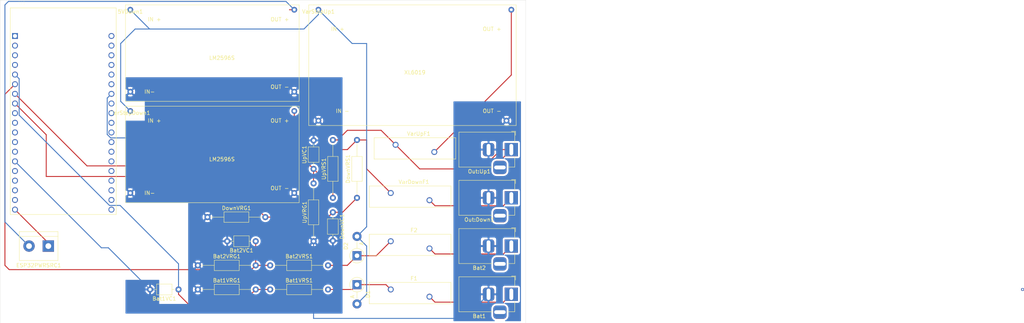
<source format=kicad_pcb>
(kicad_pcb (version 20171130) (host pcbnew 5.1.8+dfsg1-1~bpo10+1)

  (general
    (thickness 1.6)
    (drawings 4)
    (tracks 104)
    (zones 0)
    (modules 27)
    (nets 17)
  )

  (page A4)
  (layers
    (0 F.Cu signal)
    (31 B.Cu signal)
    (32 B.Adhes user)
    (33 F.Adhes user)
    (34 B.Paste user)
    (35 F.Paste user)
    (36 B.SilkS user)
    (37 F.SilkS user)
    (38 B.Mask user)
    (39 F.Mask user)
    (40 Dwgs.User user)
    (41 Cmts.User user)
    (42 Eco1.User user)
    (43 Eco2.User user)
    (44 Edge.Cuts user)
    (45 Margin user)
    (46 B.CrtYd user)
    (47 F.CrtYd user)
    (48 B.Fab user)
    (49 F.Fab user)
  )

  (setup
    (last_trace_width 0.25)
    (trace_clearance 0.2)
    (zone_clearance 0.508)
    (zone_45_only no)
    (trace_min 0.2)
    (via_size 0.8)
    (via_drill 0.4)
    (via_min_size 0.4)
    (via_min_drill 0.3)
    (uvia_size 0.3)
    (uvia_drill 0.1)
    (uvias_allowed no)
    (uvia_min_size 0.2)
    (uvia_min_drill 0.1)
    (edge_width 0.05)
    (segment_width 0.2)
    (pcb_text_width 0.3)
    (pcb_text_size 1.5 1.5)
    (mod_edge_width 0.12)
    (mod_text_size 1 1)
    (mod_text_width 0.15)
    (pad_size 1.524 1.524)
    (pad_drill 0.762)
    (pad_to_mask_clearance 0)
    (aux_axis_origin 0 0)
    (visible_elements FFFFFF7F)
    (pcbplotparams
      (layerselection 0x010fc_ffffffff)
      (usegerberextensions false)
      (usegerberattributes true)
      (usegerberadvancedattributes true)
      (creategerberjobfile true)
      (excludeedgelayer true)
      (linewidth 0.100000)
      (plotframeref false)
      (viasonmask false)
      (mode 1)
      (useauxorigin false)
      (hpglpennumber 1)
      (hpglpenspeed 20)
      (hpglpendiameter 15.000000)
      (psnegative false)
      (psa4output false)
      (plotreference true)
      (plotvalue true)
      (plotinvisibletext false)
      (padsonsilk false)
      (subtractmaskfromsilk false)
      (outputformat 1)
      (mirror false)
      (drillshape 1)
      (scaleselection 1)
      (outputdirectory "/tmp/test"))
  )

  (net 0 "")
  (net 1 GND)
  (net 2 "Net-(5VDown1-Pad1)")
  (net 3 +12V)
  (net 4 "Net-(Bat1-Pad1)")
  (net 5 "Net-(Bat2-Pad1)")
  (net 6 "Net-(Bat1VC1-Pad1)")
  (net 7 "Net-(Bat1VRS1-Pad2)")
  (net 8 "Net-(Bat2VC1-Pad1)")
  (net 9 "Net-(Bat2VRS1-Pad2)")
  (net 10 "Net-(DownVC1-Pad1)")
  (net 11 "Net-(DownVRS1-Pad2)")
  (net 12 "Net-(ESP32PWRSRC1-Pad1)")
  (net 13 "Net-(Out:Down1-Pad1)")
  (net 14 +24V)
  (net 15 "Net-(U1-Pad7)")
  (net 16 "Net-(VarStepUp1-Pad1)")

  (net_class Default "This is the default net class."
    (clearance 0.2)
    (trace_width 0.25)
    (via_dia 0.8)
    (via_drill 0.4)
    (uvia_dia 0.3)
    (uvia_drill 0.1)
    (add_net +12V)
    (add_net +24V)
    (add_net GND)
    (add_net "Net-(5VDown1-Pad1)")
    (add_net "Net-(Bat1-Pad1)")
    (add_net "Net-(Bat1VC1-Pad1)")
    (add_net "Net-(Bat1VRS1-Pad2)")
    (add_net "Net-(Bat2-Pad1)")
    (add_net "Net-(Bat2VC1-Pad1)")
    (add_net "Net-(Bat2VRS1-Pad2)")
    (add_net "Net-(DownVC1-Pad1)")
    (add_net "Net-(DownVRS1-Pad2)")
    (add_net "Net-(ESP32PWRSRC1-Pad1)")
    (add_net "Net-(Out:Down1-Pad1)")
    (add_net "Net-(U1-Pad1)")
    (add_net "Net-(U1-Pad10)")
    (add_net "Net-(U1-Pad11)")
    (add_net "Net-(U1-Pad12)")
    (add_net "Net-(U1-Pad13)")
    (add_net "Net-(U1-Pad15)")
    (add_net "Net-(U1-Pad16)")
    (add_net "Net-(U1-Pad17)")
    (add_net "Net-(U1-Pad18)")
    (add_net "Net-(U1-Pad2)")
    (add_net "Net-(U1-Pad20)")
    (add_net "Net-(U1-Pad21)")
    (add_net "Net-(U1-Pad22)")
    (add_net "Net-(U1-Pad23)")
    (add_net "Net-(U1-Pad24)")
    (add_net "Net-(U1-Pad25)")
    (add_net "Net-(U1-Pad27)")
    (add_net "Net-(U1-Pad28)")
    (add_net "Net-(U1-Pad29)")
    (add_net "Net-(U1-Pad3)")
    (add_net "Net-(U1-Pad30)")
    (add_net "Net-(U1-Pad31)")
    (add_net "Net-(U1-Pad32)")
    (add_net "Net-(U1-Pad33)")
    (add_net "Net-(U1-Pad34)")
    (add_net "Net-(U1-Pad35)")
    (add_net "Net-(U1-Pad36)")
    (add_net "Net-(U1-Pad37)")
    (add_net "Net-(U1-Pad38)")
    (add_net "Net-(U1-Pad4)")
    (add_net "Net-(U1-Pad7)")
    (add_net "Net-(U1-Pad9)")
    (add_net "Net-(VarStepUp1-Pad1)")
  )

  (module ft-playground:LM2596S (layer F.Cu) (tedit 5FE1F990) (tstamp 5FE32FDD)
    (at 49.53 15.24)
    (path /5E0D6E62)
    (fp_text reference 5VDown1 (at 0 0.5) (layer F.SilkS)
      (effects (font (size 1 1) (thickness 0.15)))
    )
    (fp_text value LM2596S (at 0 -0.5) (layer F.Fab)
      (effects (font (size 1 1) (thickness 0.15)))
    )
    (fp_text user "OUT -" (at 39.37 20.32) (layer F.SilkS)
      (effects (font (size 1 1) (thickness 0.15)))
    )
    (fp_text user "OUT +" (at 39.37 2.54) (layer F.SilkS)
      (effects (font (size 1 1) (thickness 0.15)))
    )
    (fp_text user IN- (at 5.08 21.59) (layer F.SilkS)
      (effects (font (size 1 1) (thickness 0.15)))
    )
    (fp_text user "IN +" (at 6.35 2.54) (layer F.SilkS)
      (effects (font (size 1 1) (thickness 0.15)))
    )
    (fp_text user LM2596S (at 24.13 12.7) (layer F.SilkS)
      (effects (font (size 1 1) (thickness 0.15)))
    )
    (fp_line (start -1.27 -1.27) (end 44.45 -1.27) (layer F.SilkS) (width 0.12))
    (fp_line (start 44.45 -1.27) (end 44.45 24.13) (layer F.SilkS) (width 0.12))
    (fp_line (start 44.45 24.13) (end -1.27 24.13) (layer F.SilkS) (width 0.12))
    (fp_line (start -1.27 24.13) (end -1.27 -1.27) (layer F.SilkS) (width 0.12))
    (pad 4 thru_hole circle (at 43.18 21.59) (size 1.524 1.524) (drill 0.762) (layers *.Cu *.Mask)
      (net 1 GND))
    (pad 3 thru_hole circle (at 0 21.59) (size 1.524 1.524) (drill 0.762) (layers *.Cu *.Mask)
      (net 1 GND))
    (pad 1 thru_hole circle (at 43.18 0) (size 1.524 1.524) (drill 0.762) (layers *.Cu *.Mask)
      (net 2 "Net-(5VDown1-Pad1)"))
    (pad 2 thru_hole circle (at 0 0) (size 1.524 1.524) (drill 0.762) (layers *.Cu *.Mask)
      (net 3 +12V))
  )

  (module Resistor_THT:R_Axial_DIN0207_L6.3mm_D2.5mm_P15.24mm_Horizontal (layer F.Cu) (tedit 5AE5139B) (tstamp 5FE33248)
    (at 102.87 64.77 90)
    (descr "Resistor, Axial_DIN0207 series, Axial, Horizontal, pin pitch=15.24mm, 0.25W = 1/4W, length*diameter=6.3*2.5mm^2, http://cdn-reichelt.de/documents/datenblatt/B400/1_4W%23YAG.pdf")
    (tags "Resistor Axial_DIN0207 series Axial Horizontal pin pitch 15.24mm 0.25W = 1/4W length 6.3mm diameter 2.5mm")
    (path /5E9142E7)
    (fp_text reference UpVRS1 (at 7.62 -2.37 90) (layer F.SilkS)
      (effects (font (size 1 1) (thickness 0.15)))
    )
    (fp_text value R (at 7.62 2.37 90) (layer F.Fab)
      (effects (font (size 1 1) (thickness 0.15)))
    )
    (fp_text user %R (at 7.62 0 90) (layer F.Fab)
      (effects (font (size 1 1) (thickness 0.15)))
    )
    (fp_line (start 4.47 -1.25) (end 4.47 1.25) (layer F.Fab) (width 0.1))
    (fp_line (start 4.47 1.25) (end 10.77 1.25) (layer F.Fab) (width 0.1))
    (fp_line (start 10.77 1.25) (end 10.77 -1.25) (layer F.Fab) (width 0.1))
    (fp_line (start 10.77 -1.25) (end 4.47 -1.25) (layer F.Fab) (width 0.1))
    (fp_line (start 0 0) (end 4.47 0) (layer F.Fab) (width 0.1))
    (fp_line (start 15.24 0) (end 10.77 0) (layer F.Fab) (width 0.1))
    (fp_line (start 4.35 -1.37) (end 4.35 1.37) (layer F.SilkS) (width 0.12))
    (fp_line (start 4.35 1.37) (end 10.89 1.37) (layer F.SilkS) (width 0.12))
    (fp_line (start 10.89 1.37) (end 10.89 -1.37) (layer F.SilkS) (width 0.12))
    (fp_line (start 10.89 -1.37) (end 4.35 -1.37) (layer F.SilkS) (width 0.12))
    (fp_line (start 1.04 0) (end 4.35 0) (layer F.SilkS) (width 0.12))
    (fp_line (start 14.2 0) (end 10.89 0) (layer F.SilkS) (width 0.12))
    (fp_line (start -1.05 -1.5) (end -1.05 1.5) (layer F.CrtYd) (width 0.05))
    (fp_line (start -1.05 1.5) (end 16.29 1.5) (layer F.CrtYd) (width 0.05))
    (fp_line (start 16.29 1.5) (end 16.29 -1.5) (layer F.CrtYd) (width 0.05))
    (fp_line (start 16.29 -1.5) (end -1.05 -1.5) (layer F.CrtYd) (width 0.05))
    (pad 2 thru_hole oval (at 15.24 0 90) (size 1.6 1.6) (drill 0.8) (layers *.Cu *.Mask)
      (net 14 +24V))
    (pad 1 thru_hole circle (at 0 0 90) (size 1.6 1.6) (drill 0.8) (layers *.Cu *.Mask)
      (net 15 "Net-(U1-Pad7)"))
    (model ${KISYS3DMOD}/Resistor_THT.3dshapes/R_Axial_DIN0207_L6.3mm_D2.5mm_P15.24mm_Horizontal.wrl
      (at (xyz 0 0 0))
      (scale (xyz 1 1 1))
      (rotate (xyz 0 0 0))
    )
  )

  (module Connector_BarrelJack:BarrelJack_Horizontal (layer F.Cu) (tedit 5A1DBF6A) (tstamp 5FE331CB)
    (at 149.86 52.07)
    (descr "DC Barrel Jack")
    (tags "Power Jack")
    (path /5E3AE350)
    (fp_text reference Out:Up1 (at -8.45 5.75) (layer F.SilkS)
      (effects (font (size 1 1) (thickness 0.15)))
    )
    (fp_text value Jack-DC (at -6.2 -5.5) (layer F.Fab)
      (effects (font (size 1 1) (thickness 0.15)))
    )
    (fp_text user %R (at -3 -2.95) (layer F.Fab)
      (effects (font (size 1 1) (thickness 0.15)))
    )
    (fp_line (start -0.003213 -4.505425) (end 0.8 -3.75) (layer F.Fab) (width 0.1))
    (fp_line (start 1.1 -3.75) (end 1.1 -4.8) (layer F.SilkS) (width 0.12))
    (fp_line (start 0.05 -4.8) (end 1.1 -4.8) (layer F.SilkS) (width 0.12))
    (fp_line (start 1 -4.5) (end 1 -4.75) (layer F.CrtYd) (width 0.05))
    (fp_line (start 1 -4.75) (end -14 -4.75) (layer F.CrtYd) (width 0.05))
    (fp_line (start 1 -4.5) (end 1 -2) (layer F.CrtYd) (width 0.05))
    (fp_line (start 1 -2) (end 2 -2) (layer F.CrtYd) (width 0.05))
    (fp_line (start 2 -2) (end 2 2) (layer F.CrtYd) (width 0.05))
    (fp_line (start 2 2) (end 1 2) (layer F.CrtYd) (width 0.05))
    (fp_line (start 1 2) (end 1 4.75) (layer F.CrtYd) (width 0.05))
    (fp_line (start 1 4.75) (end -1 4.75) (layer F.CrtYd) (width 0.05))
    (fp_line (start -1 4.75) (end -1 6.75) (layer F.CrtYd) (width 0.05))
    (fp_line (start -1 6.75) (end -5 6.75) (layer F.CrtYd) (width 0.05))
    (fp_line (start -5 6.75) (end -5 4.75) (layer F.CrtYd) (width 0.05))
    (fp_line (start -5 4.75) (end -14 4.75) (layer F.CrtYd) (width 0.05))
    (fp_line (start -14 4.75) (end -14 -4.75) (layer F.CrtYd) (width 0.05))
    (fp_line (start -5 4.6) (end -13.8 4.6) (layer F.SilkS) (width 0.12))
    (fp_line (start -13.8 4.6) (end -13.8 -4.6) (layer F.SilkS) (width 0.12))
    (fp_line (start 0.9 1.9) (end 0.9 4.6) (layer F.SilkS) (width 0.12))
    (fp_line (start 0.9 4.6) (end -1 4.6) (layer F.SilkS) (width 0.12))
    (fp_line (start -13.8 -4.6) (end 0.9 -4.6) (layer F.SilkS) (width 0.12))
    (fp_line (start 0.9 -4.6) (end 0.9 -2) (layer F.SilkS) (width 0.12))
    (fp_line (start -10.2 -4.5) (end -10.2 4.5) (layer F.Fab) (width 0.1))
    (fp_line (start -13.7 -4.5) (end -13.7 4.5) (layer F.Fab) (width 0.1))
    (fp_line (start -13.7 4.5) (end 0.8 4.5) (layer F.Fab) (width 0.1))
    (fp_line (start 0.8 4.5) (end 0.8 -3.75) (layer F.Fab) (width 0.1))
    (fp_line (start 0 -4.5) (end -13.7 -4.5) (layer F.Fab) (width 0.1))
    (pad 3 thru_hole roundrect (at -3 4.7) (size 3.5 3.5) (drill oval 3 1) (layers *.Cu *.Mask) (roundrect_rratio 0.25))
    (pad 2 thru_hole roundrect (at -6 0) (size 3 3.5) (drill oval 1 3) (layers *.Cu *.Mask) (roundrect_rratio 0.25)
      (net 1 GND))
    (pad 1 thru_hole rect (at 0 0) (size 3.5 3.5) (drill oval 1 3) (layers *.Cu *.Mask)
      (net 14 +24V))
    (model ${KISYS3DMOD}/Connector_BarrelJack.3dshapes/BarrelJack_Horizontal.wrl
      (at (xyz 0 0 0))
      (scale (xyz 1 1 1))
      (rotate (xyz 0 0 0))
    )
  )

  (module TerminalBlock:TerminalBlock_bornier-2_P5.08mm (layer F.Cu) (tedit 59FF03AB) (tstamp 5FE3313C)
    (at 27.94 77.47 180)
    (descr "simple 2-pin terminal block, pitch 5.08mm, revamped version of bornier2")
    (tags "terminal block bornier2")
    (path /5E9B510F)
    (fp_text reference ESP32PWRSRC1 (at 2.54 -5.08) (layer F.SilkS)
      (effects (font (size 1 1) (thickness 0.15)))
    )
    (fp_text value Jumper (at 2.54 5.08) (layer F.Fab)
      (effects (font (size 1 1) (thickness 0.15)))
    )
    (fp_text user %R (at 2.54 0) (layer F.Fab)
      (effects (font (size 1 1) (thickness 0.15)))
    )
    (fp_line (start -2.41 2.55) (end 7.49 2.55) (layer F.Fab) (width 0.1))
    (fp_line (start -2.46 -3.75) (end -2.46 3.75) (layer F.Fab) (width 0.1))
    (fp_line (start -2.46 3.75) (end 7.54 3.75) (layer F.Fab) (width 0.1))
    (fp_line (start 7.54 3.75) (end 7.54 -3.75) (layer F.Fab) (width 0.1))
    (fp_line (start 7.54 -3.75) (end -2.46 -3.75) (layer F.Fab) (width 0.1))
    (fp_line (start 7.62 2.54) (end -2.54 2.54) (layer F.SilkS) (width 0.12))
    (fp_line (start 7.62 3.81) (end 7.62 -3.81) (layer F.SilkS) (width 0.12))
    (fp_line (start 7.62 -3.81) (end -2.54 -3.81) (layer F.SilkS) (width 0.12))
    (fp_line (start -2.54 -3.81) (end -2.54 3.81) (layer F.SilkS) (width 0.12))
    (fp_line (start -2.54 3.81) (end 7.62 3.81) (layer F.SilkS) (width 0.12))
    (fp_line (start -2.71 -4) (end 7.79 -4) (layer F.CrtYd) (width 0.05))
    (fp_line (start -2.71 -4) (end -2.71 4) (layer F.CrtYd) (width 0.05))
    (fp_line (start 7.79 4) (end 7.79 -4) (layer F.CrtYd) (width 0.05))
    (fp_line (start 7.79 4) (end -2.71 4) (layer F.CrtYd) (width 0.05))
    (pad 2 thru_hole circle (at 5.08 0 180) (size 3 3) (drill 1.52) (layers *.Cu *.Mask)
      (net 2 "Net-(5VDown1-Pad1)"))
    (pad 1 thru_hole rect (at 0 0 180) (size 3 3) (drill 1.52) (layers *.Cu *.Mask)
      (net 12 "Net-(ESP32PWRSRC1-Pad1)"))
    (model ${KISYS3DMOD}/TerminalBlock.3dshapes/TerminalBlock_bornier-2_P5.08mm.wrl
      (offset (xyz 2.539999961853027 0 0))
      (scale (xyz 1 1 1))
      (rotate (xyz 0 0 0))
    )
  )

  (module Fuse:Fuse_BelFuse_0ZRE0125FF_L21.2mm_W5.3mm (layer F.Cu) (tedit 5BAABB7F) (tstamp 5FE3325B)
    (at 118.11 63.5)
    (descr "Fuse 0ZRE0125FF, BelFuse, Radial Leaded PTC,https://www.belfuse.com/resources/datasheets/circuitprotection/ds-cp-0zre-series.pdf")
    (tags "0ZRE BelFuse radial PTC")
    (path /5E3B5D63)
    (fp_text reference VarDownF1 (at 6.1 -2.9) (layer F.SilkS)
      (effects (font (size 1 1) (thickness 0.15)))
    )
    (fp_text value Fuse (at 5.6 5.4) (layer F.Fab)
      (effects (font (size 1 1) (thickness 0.15)))
    )
    (fp_text user %R (at 6 0.5) (layer F.Fab)
      (effects (font (size 1 1) (thickness 0.15)))
    )
    (fp_line (start -5.65 3.75) (end 15.85 3.75) (layer F.SilkS) (width 0.12))
    (fp_line (start 15.85 -1.85) (end 15.85 3.75) (layer F.SilkS) (width 0.12))
    (fp_line (start -5.65 -1.85) (end -5.65 3.75) (layer F.SilkS) (width 0.12))
    (fp_line (start -5.65 -1.85) (end 15.85 -1.85) (layer F.SilkS) (width 0.12))
    (fp_line (start -5.75 3.85) (end 15.95 3.85) (layer F.CrtYd) (width 0.05))
    (fp_line (start 15.95 -1.95) (end 15.95 3.85) (layer F.CrtYd) (width 0.05))
    (fp_line (start -5.75 -1.95) (end -5.75 3.85) (layer F.CrtYd) (width 0.05))
    (fp_line (start -5.75 -1.95) (end 15.95 -1.95) (layer F.CrtYd) (width 0.05))
    (fp_line (start -5.5 -1.7) (end 15.7 -1.7) (layer F.Fab) (width 0.1))
    (fp_line (start -5.5 3.6) (end 15.7 3.6) (layer F.Fab) (width 0.1))
    (fp_line (start -5.5 -1.7) (end -5.5 3.6) (layer F.Fab) (width 0.1))
    (fp_line (start 15.7 -1.7) (end 15.7 3.6) (layer F.Fab) (width 0.1))
    (pad 1 thru_hole circle (at 0 0) (size 1.56 1.56) (drill 1.01) (layers *.Cu *.Mask)
      (net 11 "Net-(DownVRS1-Pad2)"))
    (pad 2 thru_hole circle (at 10.2 1.9) (size 1.56 1.56) (drill 1.01) (layers *.Cu *.Mask)
      (net 13 "Net-(Out:Down1-Pad1)"))
    (model ${KISYS3DMOD}/Fuse.3dshapes/Fuse_BelFuse_0ZRE_0ZRE0125FF_L21.2mm_W5.3mm.wrl
      (at (xyz 0 0 0))
      (scale (xyz 1 1 1))
      (rotate (xyz 0 0 0))
    )
  )

  (module Resistor_THT:R_Axial_DIN0207_L6.3mm_D2.5mm_P15.24mm_Horizontal (layer F.Cu) (tedit 5AE5139B) (tstamp 5FE33064)
    (at 67.31 88.9)
    (descr "Resistor, Axial_DIN0207 series, Axial, Horizontal, pin pitch=15.24mm, 0.25W = 1/4W, length*diameter=6.3*2.5mm^2, http://cdn-reichelt.de/documents/datenblatt/B400/1_4W%23YAG.pdf")
    (tags "Resistor Axial_DIN0207 series Axial Horizontal pin pitch 15.24mm 0.25W = 1/4W length 6.3mm diameter 2.5mm")
    (path /5DD77C58)
    (fp_text reference Bat1VRG1 (at 7.62 -2.37) (layer F.SilkS)
      (effects (font (size 1 1) (thickness 0.15)))
    )
    (fp_text value R (at 7.62 2.37) (layer F.Fab)
      (effects (font (size 1 1) (thickness 0.15)))
    )
    (fp_text user %R (at 7.62 0) (layer F.Fab)
      (effects (font (size 1 1) (thickness 0.15)))
    )
    (fp_line (start 4.47 -1.25) (end 4.47 1.25) (layer F.Fab) (width 0.1))
    (fp_line (start 4.47 1.25) (end 10.77 1.25) (layer F.Fab) (width 0.1))
    (fp_line (start 10.77 1.25) (end 10.77 -1.25) (layer F.Fab) (width 0.1))
    (fp_line (start 10.77 -1.25) (end 4.47 -1.25) (layer F.Fab) (width 0.1))
    (fp_line (start 0 0) (end 4.47 0) (layer F.Fab) (width 0.1))
    (fp_line (start 15.24 0) (end 10.77 0) (layer F.Fab) (width 0.1))
    (fp_line (start 4.35 -1.37) (end 4.35 1.37) (layer F.SilkS) (width 0.12))
    (fp_line (start 4.35 1.37) (end 10.89 1.37) (layer F.SilkS) (width 0.12))
    (fp_line (start 10.89 1.37) (end 10.89 -1.37) (layer F.SilkS) (width 0.12))
    (fp_line (start 10.89 -1.37) (end 4.35 -1.37) (layer F.SilkS) (width 0.12))
    (fp_line (start 1.04 0) (end 4.35 0) (layer F.SilkS) (width 0.12))
    (fp_line (start 14.2 0) (end 10.89 0) (layer F.SilkS) (width 0.12))
    (fp_line (start -1.05 -1.5) (end -1.05 1.5) (layer F.CrtYd) (width 0.05))
    (fp_line (start -1.05 1.5) (end 16.29 1.5) (layer F.CrtYd) (width 0.05))
    (fp_line (start 16.29 1.5) (end 16.29 -1.5) (layer F.CrtYd) (width 0.05))
    (fp_line (start 16.29 -1.5) (end -1.05 -1.5) (layer F.CrtYd) (width 0.05))
    (pad 2 thru_hole oval (at 15.24 0) (size 1.6 1.6) (drill 0.8) (layers *.Cu *.Mask)
      (net 6 "Net-(Bat1VC1-Pad1)"))
    (pad 1 thru_hole circle (at 0 0) (size 1.6 1.6) (drill 0.8) (layers *.Cu *.Mask)
      (net 1 GND))
    (model ${KISYS3DMOD}/Resistor_THT.3dshapes/R_Axial_DIN0207_L6.3mm_D2.5mm_P15.24mm_Horizontal.wrl
      (at (xyz 0 0 0))
      (scale (xyz 1 1 1))
      (rotate (xyz 0 0 0))
    )
  )

  (module Capacitor_THT:C_Axial_L3.8mm_D2.6mm_P7.50mm_Horizontal (layer F.Cu) (tedit 5AE50EF0) (tstamp 5FE33092)
    (at 82.55 76.2 180)
    (descr "C, Axial series, Axial, Horizontal, pin pitch=7.5mm, , length*diameter=3.8*2.6mm^2, http://www.vishay.com/docs/45231/arseries.pdf")
    (tags "C Axial series Axial Horizontal pin pitch 7.5mm  length 3.8mm diameter 2.6mm")
    (path /5E115E66)
    (fp_text reference Bat2VC1 (at 3.75 -2.42) (layer F.SilkS)
      (effects (font (size 1 1) (thickness 0.15)))
    )
    (fp_text value CP (at 3.75 2.42) (layer F.Fab)
      (effects (font (size 1 1) (thickness 0.15)))
    )
    (fp_text user %R (at 3.75 0) (layer F.Fab)
      (effects (font (size 0.76 0.76) (thickness 0.114)))
    )
    (fp_line (start 1.85 -1.3) (end 1.85 1.3) (layer F.Fab) (width 0.1))
    (fp_line (start 1.85 1.3) (end 5.65 1.3) (layer F.Fab) (width 0.1))
    (fp_line (start 5.65 1.3) (end 5.65 -1.3) (layer F.Fab) (width 0.1))
    (fp_line (start 5.65 -1.3) (end 1.85 -1.3) (layer F.Fab) (width 0.1))
    (fp_line (start 0 0) (end 1.85 0) (layer F.Fab) (width 0.1))
    (fp_line (start 7.5 0) (end 5.65 0) (layer F.Fab) (width 0.1))
    (fp_line (start 1.73 -1.42) (end 1.73 1.42) (layer F.SilkS) (width 0.12))
    (fp_line (start 1.73 1.42) (end 5.77 1.42) (layer F.SilkS) (width 0.12))
    (fp_line (start 5.77 1.42) (end 5.77 -1.42) (layer F.SilkS) (width 0.12))
    (fp_line (start 5.77 -1.42) (end 1.73 -1.42) (layer F.SilkS) (width 0.12))
    (fp_line (start 1.04 0) (end 1.73 0) (layer F.SilkS) (width 0.12))
    (fp_line (start 6.46 0) (end 5.77 0) (layer F.SilkS) (width 0.12))
    (fp_line (start -1.05 -1.55) (end -1.05 1.55) (layer F.CrtYd) (width 0.05))
    (fp_line (start -1.05 1.55) (end 8.55 1.55) (layer F.CrtYd) (width 0.05))
    (fp_line (start 8.55 1.55) (end 8.55 -1.55) (layer F.CrtYd) (width 0.05))
    (fp_line (start 8.55 -1.55) (end -1.05 -1.55) (layer F.CrtYd) (width 0.05))
    (pad 2 thru_hole oval (at 7.5 0 180) (size 1.6 1.6) (drill 0.8) (layers *.Cu *.Mask)
      (net 1 GND))
    (pad 1 thru_hole circle (at 0 0 180) (size 1.6 1.6) (drill 0.8) (layers *.Cu *.Mask)
      (net 8 "Net-(Bat2VC1-Pad1)"))
    (model ${KISYS3DMOD}/Capacitor_THT.3dshapes/C_Axial_L3.8mm_D2.6mm_P7.50mm_Horizontal.wrl
      (at (xyz 0 0 0))
      (scale (xyz 1 1 1))
      (rotate (xyz 0 0 0))
    )
  )

  (module Connector_BarrelJack:BarrelJack_Horizontal (layer F.Cu) (tedit 5A1DBF6A) (tstamp 5FE33013)
    (at 149.86 90.17)
    (descr "DC Barrel Jack")
    (tags "Power Jack")
    (path /5DDB027E)
    (fp_text reference Bat1 (at -8.45 5.75) (layer F.SilkS)
      (effects (font (size 1 1) (thickness 0.15)))
    )
    (fp_text value Battery_Cell (at -6.2 -5.5) (layer F.Fab)
      (effects (font (size 1 1) (thickness 0.15)))
    )
    (fp_text user %R (at -3 -2.95) (layer F.Fab)
      (effects (font (size 1 1) (thickness 0.15)))
    )
    (fp_line (start -0.003213 -4.505425) (end 0.8 -3.75) (layer F.Fab) (width 0.1))
    (fp_line (start 1.1 -3.75) (end 1.1 -4.8) (layer F.SilkS) (width 0.12))
    (fp_line (start 0.05 -4.8) (end 1.1 -4.8) (layer F.SilkS) (width 0.12))
    (fp_line (start 1 -4.5) (end 1 -4.75) (layer F.CrtYd) (width 0.05))
    (fp_line (start 1 -4.75) (end -14 -4.75) (layer F.CrtYd) (width 0.05))
    (fp_line (start 1 -4.5) (end 1 -2) (layer F.CrtYd) (width 0.05))
    (fp_line (start 1 -2) (end 2 -2) (layer F.CrtYd) (width 0.05))
    (fp_line (start 2 -2) (end 2 2) (layer F.CrtYd) (width 0.05))
    (fp_line (start 2 2) (end 1 2) (layer F.CrtYd) (width 0.05))
    (fp_line (start 1 2) (end 1 4.75) (layer F.CrtYd) (width 0.05))
    (fp_line (start 1 4.75) (end -1 4.75) (layer F.CrtYd) (width 0.05))
    (fp_line (start -1 4.75) (end -1 6.75) (layer F.CrtYd) (width 0.05))
    (fp_line (start -1 6.75) (end -5 6.75) (layer F.CrtYd) (width 0.05))
    (fp_line (start -5 6.75) (end -5 4.75) (layer F.CrtYd) (width 0.05))
    (fp_line (start -5 4.75) (end -14 4.75) (layer F.CrtYd) (width 0.05))
    (fp_line (start -14 4.75) (end -14 -4.75) (layer F.CrtYd) (width 0.05))
    (fp_line (start -5 4.6) (end -13.8 4.6) (layer F.SilkS) (width 0.12))
    (fp_line (start -13.8 4.6) (end -13.8 -4.6) (layer F.SilkS) (width 0.12))
    (fp_line (start 0.9 1.9) (end 0.9 4.6) (layer F.SilkS) (width 0.12))
    (fp_line (start 0.9 4.6) (end -1 4.6) (layer F.SilkS) (width 0.12))
    (fp_line (start -13.8 -4.6) (end 0.9 -4.6) (layer F.SilkS) (width 0.12))
    (fp_line (start 0.9 -4.6) (end 0.9 -2) (layer F.SilkS) (width 0.12))
    (fp_line (start -10.2 -4.5) (end -10.2 4.5) (layer F.Fab) (width 0.1))
    (fp_line (start -13.7 -4.5) (end -13.7 4.5) (layer F.Fab) (width 0.1))
    (fp_line (start -13.7 4.5) (end 0.8 4.5) (layer F.Fab) (width 0.1))
    (fp_line (start 0.8 4.5) (end 0.8 -3.75) (layer F.Fab) (width 0.1))
    (fp_line (start 0 -4.5) (end -13.7 -4.5) (layer F.Fab) (width 0.1))
    (pad 3 thru_hole roundrect (at -3 4.7) (size 3.5 3.5) (drill oval 3 1) (layers *.Cu *.Mask) (roundrect_rratio 0.25))
    (pad 2 thru_hole roundrect (at -6 0) (size 3 3.5) (drill oval 1 3) (layers *.Cu *.Mask) (roundrect_rratio 0.25)
      (net 1 GND))
    (pad 1 thru_hole rect (at 0 0) (size 3.5 3.5) (drill oval 1 3) (layers *.Cu *.Mask)
      (net 4 "Net-(Bat1-Pad1)"))
    (model ${KISYS3DMOD}/Connector_BarrelJack.3dshapes/BarrelJack_Horizontal.wrl
      (at (xyz 0 0 0))
      (scale (xyz 1 1 1))
      (rotate (xyz 0 0 0))
    )
  )

  (module Resistor_THT:R_Axial_DIN0207_L6.3mm_D2.5mm_P15.24mm_Horizontal (layer F.Cu) (tedit 5AE5139B) (tstamp 5FE33231)
    (at 97.79 76.2 90)
    (descr "Resistor, Axial_DIN0207 series, Axial, Horizontal, pin pitch=15.24mm, 0.25W = 1/4W, length*diameter=6.3*2.5mm^2, http://cdn-reichelt.de/documents/datenblatt/B400/1_4W%23YAG.pdf")
    (tags "Resistor Axial_DIN0207 series Axial Horizontal pin pitch 15.24mm 0.25W = 1/4W length 6.3mm diameter 2.5mm")
    (path /5E1437B7)
    (fp_text reference UpVRG1 (at 7.62 -2.37 90) (layer F.SilkS)
      (effects (font (size 1 1) (thickness 0.15)))
    )
    (fp_text value R (at 7.62 2.37 90) (layer F.Fab)
      (effects (font (size 1 1) (thickness 0.15)))
    )
    (fp_text user %R (at 7.62 0 90) (layer F.Fab)
      (effects (font (size 1 1) (thickness 0.15)))
    )
    (fp_line (start 4.47 -1.25) (end 4.47 1.25) (layer F.Fab) (width 0.1))
    (fp_line (start 4.47 1.25) (end 10.77 1.25) (layer F.Fab) (width 0.1))
    (fp_line (start 10.77 1.25) (end 10.77 -1.25) (layer F.Fab) (width 0.1))
    (fp_line (start 10.77 -1.25) (end 4.47 -1.25) (layer F.Fab) (width 0.1))
    (fp_line (start 0 0) (end 4.47 0) (layer F.Fab) (width 0.1))
    (fp_line (start 15.24 0) (end 10.77 0) (layer F.Fab) (width 0.1))
    (fp_line (start 4.35 -1.37) (end 4.35 1.37) (layer F.SilkS) (width 0.12))
    (fp_line (start 4.35 1.37) (end 10.89 1.37) (layer F.SilkS) (width 0.12))
    (fp_line (start 10.89 1.37) (end 10.89 -1.37) (layer F.SilkS) (width 0.12))
    (fp_line (start 10.89 -1.37) (end 4.35 -1.37) (layer F.SilkS) (width 0.12))
    (fp_line (start 1.04 0) (end 4.35 0) (layer F.SilkS) (width 0.12))
    (fp_line (start 14.2 0) (end 10.89 0) (layer F.SilkS) (width 0.12))
    (fp_line (start -1.05 -1.5) (end -1.05 1.5) (layer F.CrtYd) (width 0.05))
    (fp_line (start -1.05 1.5) (end 16.29 1.5) (layer F.CrtYd) (width 0.05))
    (fp_line (start 16.29 1.5) (end 16.29 -1.5) (layer F.CrtYd) (width 0.05))
    (fp_line (start 16.29 -1.5) (end -1.05 -1.5) (layer F.CrtYd) (width 0.05))
    (pad 2 thru_hole oval (at 15.24 0 90) (size 1.6 1.6) (drill 0.8) (layers *.Cu *.Mask)
      (net 15 "Net-(U1-Pad7)"))
    (pad 1 thru_hole circle (at 0 0 90) (size 1.6 1.6) (drill 0.8) (layers *.Cu *.Mask)
      (net 1 GND))
    (model ${KISYS3DMOD}/Resistor_THT.3dshapes/R_Axial_DIN0207_L6.3mm_D2.5mm_P15.24mm_Horizontal.wrl
      (at (xyz 0 0 0))
      (scale (xyz 1 1 1))
      (rotate (xyz 0 0 0))
    )
  )

  (module Capacitor_THT:C_Axial_L3.8mm_D2.6mm_P7.50mm_Horizontal (layer F.Cu) (tedit 5AE50EF0) (tstamp 5FE3304D)
    (at 62.23 88.9 180)
    (descr "C, Axial series, Axial, Horizontal, pin pitch=7.5mm, , length*diameter=3.8*2.6mm^2, http://www.vishay.com/docs/45231/arseries.pdf")
    (tags "C Axial series Axial Horizontal pin pitch 7.5mm  length 3.8mm diameter 2.6mm")
    (path /5DD87AAB)
    (fp_text reference Bat1VC1 (at 3.75 -2.42) (layer F.SilkS)
      (effects (font (size 1 1) (thickness 0.15)))
    )
    (fp_text value CP (at 3.75 2.42) (layer F.Fab)
      (effects (font (size 1 1) (thickness 0.15)))
    )
    (fp_text user %R (at 3.75 0) (layer F.Fab)
      (effects (font (size 0.76 0.76) (thickness 0.114)))
    )
    (fp_line (start 1.85 -1.3) (end 1.85 1.3) (layer F.Fab) (width 0.1))
    (fp_line (start 1.85 1.3) (end 5.65 1.3) (layer F.Fab) (width 0.1))
    (fp_line (start 5.65 1.3) (end 5.65 -1.3) (layer F.Fab) (width 0.1))
    (fp_line (start 5.65 -1.3) (end 1.85 -1.3) (layer F.Fab) (width 0.1))
    (fp_line (start 0 0) (end 1.85 0) (layer F.Fab) (width 0.1))
    (fp_line (start 7.5 0) (end 5.65 0) (layer F.Fab) (width 0.1))
    (fp_line (start 1.73 -1.42) (end 1.73 1.42) (layer F.SilkS) (width 0.12))
    (fp_line (start 1.73 1.42) (end 5.77 1.42) (layer F.SilkS) (width 0.12))
    (fp_line (start 5.77 1.42) (end 5.77 -1.42) (layer F.SilkS) (width 0.12))
    (fp_line (start 5.77 -1.42) (end 1.73 -1.42) (layer F.SilkS) (width 0.12))
    (fp_line (start 1.04 0) (end 1.73 0) (layer F.SilkS) (width 0.12))
    (fp_line (start 6.46 0) (end 5.77 0) (layer F.SilkS) (width 0.12))
    (fp_line (start -1.05 -1.55) (end -1.05 1.55) (layer F.CrtYd) (width 0.05))
    (fp_line (start -1.05 1.55) (end 8.55 1.55) (layer F.CrtYd) (width 0.05))
    (fp_line (start 8.55 1.55) (end 8.55 -1.55) (layer F.CrtYd) (width 0.05))
    (fp_line (start 8.55 -1.55) (end -1.05 -1.55) (layer F.CrtYd) (width 0.05))
    (pad 2 thru_hole oval (at 7.5 0 180) (size 1.6 1.6) (drill 0.8) (layers *.Cu *.Mask)
      (net 1 GND))
    (pad 1 thru_hole circle (at 0 0 180) (size 1.6 1.6) (drill 0.8) (layers *.Cu *.Mask)
      (net 6 "Net-(Bat1VC1-Pad1)"))
    (model ${KISYS3DMOD}/Capacitor_THT.3dshapes/C_Axial_L3.8mm_D2.6mm_P7.50mm_Horizontal.wrl
      (at (xyz 0 0 0))
      (scale (xyz 1 1 1))
      (rotate (xyz 0 0 0))
    )
  )

  (module Connector_BarrelJack:BarrelJack_Horizontal (layer F.Cu) (tedit 5A1DBF6A) (tstamp 5FE33036)
    (at 149.86 77.47)
    (descr "DC Barrel Jack")
    (tags "Power Jack")
    (path /5DDB0A3D)
    (fp_text reference Bat2 (at -8.45 5.75) (layer F.SilkS)
      (effects (font (size 1 1) (thickness 0.15)))
    )
    (fp_text value Battery_Cell (at -6.2 -5.5) (layer F.Fab)
      (effects (font (size 1 1) (thickness 0.15)))
    )
    (fp_text user %R (at -3 -2.95) (layer F.Fab)
      (effects (font (size 1 1) (thickness 0.15)))
    )
    (fp_line (start -0.003213 -4.505425) (end 0.8 -3.75) (layer F.Fab) (width 0.1))
    (fp_line (start 1.1 -3.75) (end 1.1 -4.8) (layer F.SilkS) (width 0.12))
    (fp_line (start 0.05 -4.8) (end 1.1 -4.8) (layer F.SilkS) (width 0.12))
    (fp_line (start 1 -4.5) (end 1 -4.75) (layer F.CrtYd) (width 0.05))
    (fp_line (start 1 -4.75) (end -14 -4.75) (layer F.CrtYd) (width 0.05))
    (fp_line (start 1 -4.5) (end 1 -2) (layer F.CrtYd) (width 0.05))
    (fp_line (start 1 -2) (end 2 -2) (layer F.CrtYd) (width 0.05))
    (fp_line (start 2 -2) (end 2 2) (layer F.CrtYd) (width 0.05))
    (fp_line (start 2 2) (end 1 2) (layer F.CrtYd) (width 0.05))
    (fp_line (start 1 2) (end 1 4.75) (layer F.CrtYd) (width 0.05))
    (fp_line (start 1 4.75) (end -1 4.75) (layer F.CrtYd) (width 0.05))
    (fp_line (start -1 4.75) (end -1 6.75) (layer F.CrtYd) (width 0.05))
    (fp_line (start -1 6.75) (end -5 6.75) (layer F.CrtYd) (width 0.05))
    (fp_line (start -5 6.75) (end -5 4.75) (layer F.CrtYd) (width 0.05))
    (fp_line (start -5 4.75) (end -14 4.75) (layer F.CrtYd) (width 0.05))
    (fp_line (start -14 4.75) (end -14 -4.75) (layer F.CrtYd) (width 0.05))
    (fp_line (start -5 4.6) (end -13.8 4.6) (layer F.SilkS) (width 0.12))
    (fp_line (start -13.8 4.6) (end -13.8 -4.6) (layer F.SilkS) (width 0.12))
    (fp_line (start 0.9 1.9) (end 0.9 4.6) (layer F.SilkS) (width 0.12))
    (fp_line (start 0.9 4.6) (end -1 4.6) (layer F.SilkS) (width 0.12))
    (fp_line (start -13.8 -4.6) (end 0.9 -4.6) (layer F.SilkS) (width 0.12))
    (fp_line (start 0.9 -4.6) (end 0.9 -2) (layer F.SilkS) (width 0.12))
    (fp_line (start -10.2 -4.5) (end -10.2 4.5) (layer F.Fab) (width 0.1))
    (fp_line (start -13.7 -4.5) (end -13.7 4.5) (layer F.Fab) (width 0.1))
    (fp_line (start -13.7 4.5) (end 0.8 4.5) (layer F.Fab) (width 0.1))
    (fp_line (start 0.8 4.5) (end 0.8 -3.75) (layer F.Fab) (width 0.1))
    (fp_line (start 0 -4.5) (end -13.7 -4.5) (layer F.Fab) (width 0.1))
    (pad 3 thru_hole roundrect (at -3 4.7) (size 3.5 3.5) (drill oval 3 1) (layers *.Cu *.Mask) (roundrect_rratio 0.25))
    (pad 2 thru_hole roundrect (at -6 0) (size 3 3.5) (drill oval 1 3) (layers *.Cu *.Mask) (roundrect_rratio 0.25)
      (net 1 GND))
    (pad 1 thru_hole rect (at 0 0) (size 3.5 3.5) (drill oval 1 3) (layers *.Cu *.Mask)
      (net 5 "Net-(Bat2-Pad1)"))
    (model ${KISYS3DMOD}/Connector_BarrelJack.3dshapes/BarrelJack_Horizontal.wrl
      (at (xyz 0 0 0))
      (scale (xyz 1 1 1))
      (rotate (xyz 0 0 0))
    )
  )

  (module Resistor_THT:R_Axial_DIN0207_L6.3mm_D2.5mm_P15.24mm_Horizontal (layer F.Cu) (tedit 5AE5139B) (tstamp 5FE330A9)
    (at 67.31 82.55)
    (descr "Resistor, Axial_DIN0207 series, Axial, Horizontal, pin pitch=15.24mm, 0.25W = 1/4W, length*diameter=6.3*2.5mm^2, http://cdn-reichelt.de/documents/datenblatt/B400/1_4W%23YAG.pdf")
    (tags "Resistor Axial_DIN0207 series Axial Horizontal pin pitch 15.24mm 0.25W = 1/4W length 6.3mm diameter 2.5mm")
    (path /5E115E71)
    (fp_text reference Bat2VRG1 (at 7.62 -2.37) (layer F.SilkS)
      (effects (font (size 1 1) (thickness 0.15)))
    )
    (fp_text value R (at 7.62 2.37) (layer F.Fab)
      (effects (font (size 1 1) (thickness 0.15)))
    )
    (fp_text user %R (at 7.62 0) (layer F.Fab)
      (effects (font (size 1 1) (thickness 0.15)))
    )
    (fp_line (start 4.47 -1.25) (end 4.47 1.25) (layer F.Fab) (width 0.1))
    (fp_line (start 4.47 1.25) (end 10.77 1.25) (layer F.Fab) (width 0.1))
    (fp_line (start 10.77 1.25) (end 10.77 -1.25) (layer F.Fab) (width 0.1))
    (fp_line (start 10.77 -1.25) (end 4.47 -1.25) (layer F.Fab) (width 0.1))
    (fp_line (start 0 0) (end 4.47 0) (layer F.Fab) (width 0.1))
    (fp_line (start 15.24 0) (end 10.77 0) (layer F.Fab) (width 0.1))
    (fp_line (start 4.35 -1.37) (end 4.35 1.37) (layer F.SilkS) (width 0.12))
    (fp_line (start 4.35 1.37) (end 10.89 1.37) (layer F.SilkS) (width 0.12))
    (fp_line (start 10.89 1.37) (end 10.89 -1.37) (layer F.SilkS) (width 0.12))
    (fp_line (start 10.89 -1.37) (end 4.35 -1.37) (layer F.SilkS) (width 0.12))
    (fp_line (start 1.04 0) (end 4.35 0) (layer F.SilkS) (width 0.12))
    (fp_line (start 14.2 0) (end 10.89 0) (layer F.SilkS) (width 0.12))
    (fp_line (start -1.05 -1.5) (end -1.05 1.5) (layer F.CrtYd) (width 0.05))
    (fp_line (start -1.05 1.5) (end 16.29 1.5) (layer F.CrtYd) (width 0.05))
    (fp_line (start 16.29 1.5) (end 16.29 -1.5) (layer F.CrtYd) (width 0.05))
    (fp_line (start 16.29 -1.5) (end -1.05 -1.5) (layer F.CrtYd) (width 0.05))
    (pad 2 thru_hole oval (at 15.24 0) (size 1.6 1.6) (drill 0.8) (layers *.Cu *.Mask)
      (net 8 "Net-(Bat2VC1-Pad1)"))
    (pad 1 thru_hole circle (at 0 0) (size 1.6 1.6) (drill 0.8) (layers *.Cu *.Mask)
      (net 1 GND))
    (model ${KISYS3DMOD}/Resistor_THT.3dshapes/R_Axial_DIN0207_L6.3mm_D2.5mm_P15.24mm_Horizontal.wrl
      (at (xyz 0 0 0))
      (scale (xyz 1 1 1))
      (rotate (xyz 0 0 0))
    )
  )

  (module Resistor_THT:R_Axial_DIN0207_L6.3mm_D2.5mm_P15.24mm_Horizontal (layer F.Cu) (tedit 5AE5139B) (tstamp 5FE33127)
    (at 109.22 64.77 90)
    (descr "Resistor, Axial_DIN0207 series, Axial, Horizontal, pin pitch=15.24mm, 0.25W = 1/4W, length*diameter=6.3*2.5mm^2, http://cdn-reichelt.de/documents/datenblatt/B400/1_4W%23YAG.pdf")
    (tags "Resistor Axial_DIN0207 series Axial Horizontal pin pitch 15.24mm 0.25W = 1/4W length 6.3mm diameter 2.5mm")
    (path /5E1649E2)
    (fp_text reference DownVRS1 (at 7.62 -2.37 90) (layer F.SilkS)
      (effects (font (size 1 1) (thickness 0.15)))
    )
    (fp_text value R (at 7.62 2.37 90) (layer F.Fab)
      (effects (font (size 1 1) (thickness 0.15)))
    )
    (fp_text user %R (at 7.62 0 90) (layer F.Fab)
      (effects (font (size 1 1) (thickness 0.15)))
    )
    (fp_line (start 4.47 -1.25) (end 4.47 1.25) (layer F.Fab) (width 0.1))
    (fp_line (start 4.47 1.25) (end 10.77 1.25) (layer F.Fab) (width 0.1))
    (fp_line (start 10.77 1.25) (end 10.77 -1.25) (layer F.Fab) (width 0.1))
    (fp_line (start 10.77 -1.25) (end 4.47 -1.25) (layer F.Fab) (width 0.1))
    (fp_line (start 0 0) (end 4.47 0) (layer F.Fab) (width 0.1))
    (fp_line (start 15.24 0) (end 10.77 0) (layer F.Fab) (width 0.1))
    (fp_line (start 4.35 -1.37) (end 4.35 1.37) (layer F.SilkS) (width 0.12))
    (fp_line (start 4.35 1.37) (end 10.89 1.37) (layer F.SilkS) (width 0.12))
    (fp_line (start 10.89 1.37) (end 10.89 -1.37) (layer F.SilkS) (width 0.12))
    (fp_line (start 10.89 -1.37) (end 4.35 -1.37) (layer F.SilkS) (width 0.12))
    (fp_line (start 1.04 0) (end 4.35 0) (layer F.SilkS) (width 0.12))
    (fp_line (start 14.2 0) (end 10.89 0) (layer F.SilkS) (width 0.12))
    (fp_line (start -1.05 -1.5) (end -1.05 1.5) (layer F.CrtYd) (width 0.05))
    (fp_line (start -1.05 1.5) (end 16.29 1.5) (layer F.CrtYd) (width 0.05))
    (fp_line (start 16.29 1.5) (end 16.29 -1.5) (layer F.CrtYd) (width 0.05))
    (fp_line (start 16.29 -1.5) (end -1.05 -1.5) (layer F.CrtYd) (width 0.05))
    (pad 2 thru_hole oval (at 15.24 0 90) (size 1.6 1.6) (drill 0.8) (layers *.Cu *.Mask)
      (net 11 "Net-(DownVRS1-Pad2)"))
    (pad 1 thru_hole circle (at 0 0 90) (size 1.6 1.6) (drill 0.8) (layers *.Cu *.Mask)
      (net 10 "Net-(DownVC1-Pad1)"))
    (model ${KISYS3DMOD}/Resistor_THT.3dshapes/R_Axial_DIN0207_L6.3mm_D2.5mm_P15.24mm_Horizontal.wrl
      (at (xyz 0 0 0))
      (scale (xyz 1 1 1))
      (rotate (xyz 0 0 0))
    )
  )

  (module Resistor_THT:R_Axial_DIN0207_L6.3mm_D2.5mm_P15.24mm_Horizontal (layer F.Cu) (tedit 5AE5139B) (tstamp 5FE33110)
    (at 69.85 69.85)
    (descr "Resistor, Axial_DIN0207 series, Axial, Horizontal, pin pitch=15.24mm, 0.25W = 1/4W, length*diameter=6.3*2.5mm^2, http://cdn-reichelt.de/documents/datenblatt/B400/1_4W%23YAG.pdf")
    (tags "Resistor Axial_DIN0207 series Axial Horizontal pin pitch 15.24mm 0.25W = 1/4W length 6.3mm diameter 2.5mm")
    (path /5E1DCE40)
    (fp_text reference DownVRG1 (at 7.62 -2.37) (layer F.SilkS)
      (effects (font (size 1 1) (thickness 0.15)))
    )
    (fp_text value R (at 7.62 2.37) (layer F.Fab)
      (effects (font (size 1 1) (thickness 0.15)))
    )
    (fp_text user %R (at 7.62 0) (layer F.Fab)
      (effects (font (size 1 1) (thickness 0.15)))
    )
    (fp_line (start 4.47 -1.25) (end 4.47 1.25) (layer F.Fab) (width 0.1))
    (fp_line (start 4.47 1.25) (end 10.77 1.25) (layer F.Fab) (width 0.1))
    (fp_line (start 10.77 1.25) (end 10.77 -1.25) (layer F.Fab) (width 0.1))
    (fp_line (start 10.77 -1.25) (end 4.47 -1.25) (layer F.Fab) (width 0.1))
    (fp_line (start 0 0) (end 4.47 0) (layer F.Fab) (width 0.1))
    (fp_line (start 15.24 0) (end 10.77 0) (layer F.Fab) (width 0.1))
    (fp_line (start 4.35 -1.37) (end 4.35 1.37) (layer F.SilkS) (width 0.12))
    (fp_line (start 4.35 1.37) (end 10.89 1.37) (layer F.SilkS) (width 0.12))
    (fp_line (start 10.89 1.37) (end 10.89 -1.37) (layer F.SilkS) (width 0.12))
    (fp_line (start 10.89 -1.37) (end 4.35 -1.37) (layer F.SilkS) (width 0.12))
    (fp_line (start 1.04 0) (end 4.35 0) (layer F.SilkS) (width 0.12))
    (fp_line (start 14.2 0) (end 10.89 0) (layer F.SilkS) (width 0.12))
    (fp_line (start -1.05 -1.5) (end -1.05 1.5) (layer F.CrtYd) (width 0.05))
    (fp_line (start -1.05 1.5) (end 16.29 1.5) (layer F.CrtYd) (width 0.05))
    (fp_line (start 16.29 1.5) (end 16.29 -1.5) (layer F.CrtYd) (width 0.05))
    (fp_line (start 16.29 -1.5) (end -1.05 -1.5) (layer F.CrtYd) (width 0.05))
    (pad 2 thru_hole oval (at 15.24 0) (size 1.6 1.6) (drill 0.8) (layers *.Cu *.Mask)
      (net 10 "Net-(DownVC1-Pad1)"))
    (pad 1 thru_hole circle (at 0 0) (size 1.6 1.6) (drill 0.8) (layers *.Cu *.Mask)
      (net 1 GND))
    (model ${KISYS3DMOD}/Resistor_THT.3dshapes/R_Axial_DIN0207_L6.3mm_D2.5mm_P15.24mm_Horizontal.wrl
      (at (xyz 0 0 0))
      (scale (xyz 1 1 1))
      (rotate (xyz 0 0 0))
    )
  )

  (module Fuse:Fuse_BelFuse_0ZRE0125FF_L21.2mm_W5.3mm (layer F.Cu) (tedit 5BAABB7F) (tstamp 5FE33162)
    (at 118.11 76.2)
    (descr "Fuse 0ZRE0125FF, BelFuse, Radial Leaded PTC,https://www.belfuse.com/resources/datasheets/circuitprotection/ds-cp-0zre-series.pdf")
    (tags "0ZRE BelFuse radial PTC")
    (path /5E313D4F)
    (fp_text reference F2 (at 6.1 -2.9) (layer F.SilkS)
      (effects (font (size 1 1) (thickness 0.15)))
    )
    (fp_text value Fuse (at 5.6 5.4) (layer F.Fab)
      (effects (font (size 1 1) (thickness 0.15)))
    )
    (fp_text user %R (at 6 0.5) (layer F.Fab)
      (effects (font (size 1 1) (thickness 0.15)))
    )
    (fp_line (start -5.65 3.75) (end 15.85 3.75) (layer F.SilkS) (width 0.12))
    (fp_line (start 15.85 -1.85) (end 15.85 3.75) (layer F.SilkS) (width 0.12))
    (fp_line (start -5.65 -1.85) (end -5.65 3.75) (layer F.SilkS) (width 0.12))
    (fp_line (start -5.65 -1.85) (end 15.85 -1.85) (layer F.SilkS) (width 0.12))
    (fp_line (start -5.75 3.85) (end 15.95 3.85) (layer F.CrtYd) (width 0.05))
    (fp_line (start 15.95 -1.95) (end 15.95 3.85) (layer F.CrtYd) (width 0.05))
    (fp_line (start -5.75 -1.95) (end -5.75 3.85) (layer F.CrtYd) (width 0.05))
    (fp_line (start -5.75 -1.95) (end 15.95 -1.95) (layer F.CrtYd) (width 0.05))
    (fp_line (start -5.5 -1.7) (end 15.7 -1.7) (layer F.Fab) (width 0.1))
    (fp_line (start -5.5 3.6) (end 15.7 3.6) (layer F.Fab) (width 0.1))
    (fp_line (start -5.5 -1.7) (end -5.5 3.6) (layer F.Fab) (width 0.1))
    (fp_line (start 15.7 -1.7) (end 15.7 3.6) (layer F.Fab) (width 0.1))
    (pad 1 thru_hole circle (at 0 0) (size 1.56 1.56) (drill 1.01) (layers *.Cu *.Mask)
      (net 9 "Net-(Bat2VRS1-Pad2)"))
    (pad 2 thru_hole circle (at 10.2 1.9) (size 1.56 1.56) (drill 1.01) (layers *.Cu *.Mask)
      (net 5 "Net-(Bat2-Pad1)"))
    (model ${KISYS3DMOD}/Fuse.3dshapes/Fuse_BelFuse_0ZRE_0ZRE0125FF_L21.2mm_W5.3mm.wrl
      (at (xyz 0 0 0))
      (scale (xyz 1 1 1))
      (rotate (xyz 0 0 0))
    )
  )

  (module Fuse:Fuse_BelFuse_0ZRE0125FF_L21.2mm_W5.3mm (layer F.Cu) (tedit 5BAABB7F) (tstamp 5FE3314F)
    (at 118.11 88.9)
    (descr "Fuse 0ZRE0125FF, BelFuse, Radial Leaded PTC,https://www.belfuse.com/resources/datasheets/circuitprotection/ds-cp-0zre-series.pdf")
    (tags "0ZRE BelFuse radial PTC")
    (path /5E3136E3)
    (fp_text reference F1 (at 6.1 -2.9) (layer F.SilkS)
      (effects (font (size 1 1) (thickness 0.15)))
    )
    (fp_text value Fuse (at 5.6 5.4) (layer F.Fab)
      (effects (font (size 1 1) (thickness 0.15)))
    )
    (fp_text user %R (at 6 0.5) (layer F.Fab)
      (effects (font (size 1 1) (thickness 0.15)))
    )
    (fp_line (start -5.65 3.75) (end 15.85 3.75) (layer F.SilkS) (width 0.12))
    (fp_line (start 15.85 -1.85) (end 15.85 3.75) (layer F.SilkS) (width 0.12))
    (fp_line (start -5.65 -1.85) (end -5.65 3.75) (layer F.SilkS) (width 0.12))
    (fp_line (start -5.65 -1.85) (end 15.85 -1.85) (layer F.SilkS) (width 0.12))
    (fp_line (start -5.75 3.85) (end 15.95 3.85) (layer F.CrtYd) (width 0.05))
    (fp_line (start 15.95 -1.95) (end 15.95 3.85) (layer F.CrtYd) (width 0.05))
    (fp_line (start -5.75 -1.95) (end -5.75 3.85) (layer F.CrtYd) (width 0.05))
    (fp_line (start -5.75 -1.95) (end 15.95 -1.95) (layer F.CrtYd) (width 0.05))
    (fp_line (start -5.5 -1.7) (end 15.7 -1.7) (layer F.Fab) (width 0.1))
    (fp_line (start -5.5 3.6) (end 15.7 3.6) (layer F.Fab) (width 0.1))
    (fp_line (start -5.5 -1.7) (end -5.5 3.6) (layer F.Fab) (width 0.1))
    (fp_line (start 15.7 -1.7) (end 15.7 3.6) (layer F.Fab) (width 0.1))
    (pad 1 thru_hole circle (at 0 0) (size 1.56 1.56) (drill 1.01) (layers *.Cu *.Mask)
      (net 7 "Net-(Bat1VRS1-Pad2)"))
    (pad 2 thru_hole circle (at 10.2 1.9) (size 1.56 1.56) (drill 1.01) (layers *.Cu *.Mask)
      (net 4 "Net-(Bat1-Pad1)"))
    (model ${KISYS3DMOD}/Fuse.3dshapes/Fuse_BelFuse_0ZRE_0ZRE0125FF_L21.2mm_W5.3mm.wrl
      (at (xyz 0 0 0))
      (scale (xyz 1 1 1))
      (rotate (xyz 0 0 0))
    )
  )

  (module Capacitor_THT:C_Axial_L3.8mm_D2.6mm_P7.50mm_Horizontal (layer F.Cu) (tedit 5AE50EF0) (tstamp 5FE330F9)
    (at 102.87 68.58 270)
    (descr "C, Axial series, Axial, Horizontal, pin pitch=7.5mm, , length*diameter=3.8*2.6mm^2, http://www.vishay.com/docs/45231/arseries.pdf")
    (tags "C Axial series Axial Horizontal pin pitch 7.5mm  length 3.8mm diameter 2.6mm")
    (path /5E1DCE4B)
    (fp_text reference DownVC1 (at 3.75 -2.42 90) (layer F.SilkS)
      (effects (font (size 1 1) (thickness 0.15)))
    )
    (fp_text value CP (at 3.75 2.42 90) (layer F.Fab)
      (effects (font (size 1 1) (thickness 0.15)))
    )
    (fp_text user %R (at 3.75 0 90) (layer F.Fab)
      (effects (font (size 0.76 0.76) (thickness 0.114)))
    )
    (fp_line (start 1.85 -1.3) (end 1.85 1.3) (layer F.Fab) (width 0.1))
    (fp_line (start 1.85 1.3) (end 5.65 1.3) (layer F.Fab) (width 0.1))
    (fp_line (start 5.65 1.3) (end 5.65 -1.3) (layer F.Fab) (width 0.1))
    (fp_line (start 5.65 -1.3) (end 1.85 -1.3) (layer F.Fab) (width 0.1))
    (fp_line (start 0 0) (end 1.85 0) (layer F.Fab) (width 0.1))
    (fp_line (start 7.5 0) (end 5.65 0) (layer F.Fab) (width 0.1))
    (fp_line (start 1.73 -1.42) (end 1.73 1.42) (layer F.SilkS) (width 0.12))
    (fp_line (start 1.73 1.42) (end 5.77 1.42) (layer F.SilkS) (width 0.12))
    (fp_line (start 5.77 1.42) (end 5.77 -1.42) (layer F.SilkS) (width 0.12))
    (fp_line (start 5.77 -1.42) (end 1.73 -1.42) (layer F.SilkS) (width 0.12))
    (fp_line (start 1.04 0) (end 1.73 0) (layer F.SilkS) (width 0.12))
    (fp_line (start 6.46 0) (end 5.77 0) (layer F.SilkS) (width 0.12))
    (fp_line (start -1.05 -1.55) (end -1.05 1.55) (layer F.CrtYd) (width 0.05))
    (fp_line (start -1.05 1.55) (end 8.55 1.55) (layer F.CrtYd) (width 0.05))
    (fp_line (start 8.55 1.55) (end 8.55 -1.55) (layer F.CrtYd) (width 0.05))
    (fp_line (start 8.55 -1.55) (end -1.05 -1.55) (layer F.CrtYd) (width 0.05))
    (pad 2 thru_hole oval (at 7.5 0 270) (size 1.6 1.6) (drill 0.8) (layers *.Cu *.Mask)
      (net 1 GND))
    (pad 1 thru_hole circle (at 0 0 270) (size 1.6 1.6) (drill 0.8) (layers *.Cu *.Mask)
      (net 10 "Net-(DownVC1-Pad1)"))
    (model ${KISYS3DMOD}/Capacitor_THT.3dshapes/C_Axial_L3.8mm_D2.6mm_P7.50mm_Horizontal.wrl
      (at (xyz 0 0 0))
      (scale (xyz 1 1 1))
      (rotate (xyz 0 0 0))
    )
  )

  (module Diode_THT:D_DO-15_P5.08mm_Vertical_AnodeUp (layer F.Cu) (tedit 5AE50CD5) (tstamp 5FE330E2)
    (at 109.22 80.01 90)
    (descr "Diode, DO-15 series, Axial, Vertical, pin pitch=5.08mm, , length*diameter=7.6*3.6mm^2, , http://www.diodes.com/_files/packages/DO-15.pdf")
    (tags "Diode DO-15 series Axial Vertical pin pitch 5.08mm  length 7.6mm diameter 3.6mm")
    (path /5DDAE85C)
    (fp_text reference D2 (at 2.54 -2.92 90) (layer F.SilkS)
      (effects (font (size 1 1) (thickness 0.15)))
    )
    (fp_text value DIODE (at 2.54 2.92 90) (layer F.Fab)
      (effects (font (size 1 1) (thickness 0.15)))
    )
    (fp_text user A (at 3.18 1.2 90) (layer F.SilkS)
      (effects (font (size 1 1) (thickness 0.15)))
    )
    (fp_text user A (at 3.18 1.2 90) (layer F.Fab)
      (effects (font (size 1 1) (thickness 0.15)))
    )
    (fp_text user %R (at 2.54 -2.92 90) (layer F.Fab)
      (effects (font (size 1 1) (thickness 0.15)))
    )
    (fp_circle (center 0 0) (end 1.8 0) (layer F.Fab) (width 0.1))
    (fp_circle (center 0 0) (end 1.92 0) (layer F.SilkS) (width 0.12))
    (fp_line (start 0 0) (end 5.08 0) (layer F.Fab) (width 0.1))
    (fp_line (start 1.92 0) (end 3.58 0) (layer F.SilkS) (width 0.12))
    (fp_line (start -2.05 -2.05) (end -2.05 2.05) (layer F.CrtYd) (width 0.05))
    (fp_line (start -2.05 2.05) (end 6.53 2.05) (layer F.CrtYd) (width 0.05))
    (fp_line (start 6.53 2.05) (end 6.53 -2.05) (layer F.CrtYd) (width 0.05))
    (fp_line (start 6.53 -2.05) (end -2.05 -2.05) (layer F.CrtYd) (width 0.05))
    (pad 2 thru_hole oval (at 5.08 0 90) (size 2.4 2.4) (drill 1.2) (layers *.Cu *.Mask)
      (net 3 +12V))
    (pad 1 thru_hole rect (at 0 0 90) (size 2.4 2.4) (drill 1.2) (layers *.Cu *.Mask)
      (net 9 "Net-(Bat2VRS1-Pad2)"))
    (model ${KISYS3DMOD}/Diode_THT.3dshapes/D_DO-15_P5.08mm_Vertical_AnodeUp.wrl
      (at (xyz 0 0 0))
      (scale (xyz 1 1 1))
      (rotate (xyz 0 0 0))
    )
  )

  (module Connector_BarrelJack:BarrelJack_Horizontal (layer F.Cu) (tedit 5A1DBF6A) (tstamp 5FE331A8)
    (at 149.86 64.77)
    (descr "DC Barrel Jack")
    (tags "Power Jack")
    (path /5E0DABD2)
    (fp_text reference Out:Down1 (at -8.45 5.75) (layer F.SilkS)
      (effects (font (size 1 1) (thickness 0.15)))
    )
    (fp_text value Jack-DC (at -6.2 -5.5) (layer F.Fab)
      (effects (font (size 1 1) (thickness 0.15)))
    )
    (fp_text user %R (at -3 -2.95) (layer F.Fab)
      (effects (font (size 1 1) (thickness 0.15)))
    )
    (fp_line (start -0.003213 -4.505425) (end 0.8 -3.75) (layer F.Fab) (width 0.1))
    (fp_line (start 1.1 -3.75) (end 1.1 -4.8) (layer F.SilkS) (width 0.12))
    (fp_line (start 0.05 -4.8) (end 1.1 -4.8) (layer F.SilkS) (width 0.12))
    (fp_line (start 1 -4.5) (end 1 -4.75) (layer F.CrtYd) (width 0.05))
    (fp_line (start 1 -4.75) (end -14 -4.75) (layer F.CrtYd) (width 0.05))
    (fp_line (start 1 -4.5) (end 1 -2) (layer F.CrtYd) (width 0.05))
    (fp_line (start 1 -2) (end 2 -2) (layer F.CrtYd) (width 0.05))
    (fp_line (start 2 -2) (end 2 2) (layer F.CrtYd) (width 0.05))
    (fp_line (start 2 2) (end 1 2) (layer F.CrtYd) (width 0.05))
    (fp_line (start 1 2) (end 1 4.75) (layer F.CrtYd) (width 0.05))
    (fp_line (start 1 4.75) (end -1 4.75) (layer F.CrtYd) (width 0.05))
    (fp_line (start -1 4.75) (end -1 6.75) (layer F.CrtYd) (width 0.05))
    (fp_line (start -1 6.75) (end -5 6.75) (layer F.CrtYd) (width 0.05))
    (fp_line (start -5 6.75) (end -5 4.75) (layer F.CrtYd) (width 0.05))
    (fp_line (start -5 4.75) (end -14 4.75) (layer F.CrtYd) (width 0.05))
    (fp_line (start -14 4.75) (end -14 -4.75) (layer F.CrtYd) (width 0.05))
    (fp_line (start -5 4.6) (end -13.8 4.6) (layer F.SilkS) (width 0.12))
    (fp_line (start -13.8 4.6) (end -13.8 -4.6) (layer F.SilkS) (width 0.12))
    (fp_line (start 0.9 1.9) (end 0.9 4.6) (layer F.SilkS) (width 0.12))
    (fp_line (start 0.9 4.6) (end -1 4.6) (layer F.SilkS) (width 0.12))
    (fp_line (start -13.8 -4.6) (end 0.9 -4.6) (layer F.SilkS) (width 0.12))
    (fp_line (start 0.9 -4.6) (end 0.9 -2) (layer F.SilkS) (width 0.12))
    (fp_line (start -10.2 -4.5) (end -10.2 4.5) (layer F.Fab) (width 0.1))
    (fp_line (start -13.7 -4.5) (end -13.7 4.5) (layer F.Fab) (width 0.1))
    (fp_line (start -13.7 4.5) (end 0.8 4.5) (layer F.Fab) (width 0.1))
    (fp_line (start 0.8 4.5) (end 0.8 -3.75) (layer F.Fab) (width 0.1))
    (fp_line (start 0 -4.5) (end -13.7 -4.5) (layer F.Fab) (width 0.1))
    (pad 3 thru_hole roundrect (at -3 4.7) (size 3.5 3.5) (drill oval 3 1) (layers *.Cu *.Mask) (roundrect_rratio 0.25))
    (pad 2 thru_hole roundrect (at -6 0) (size 3 3.5) (drill oval 1 3) (layers *.Cu *.Mask) (roundrect_rratio 0.25)
      (net 1 GND))
    (pad 1 thru_hole rect (at 0 0) (size 3.5 3.5) (drill oval 1 3) (layers *.Cu *.Mask)
      (net 13 "Net-(Out:Down1-Pad1)"))
    (model ${KISYS3DMOD}/Connector_BarrelJack.3dshapes/BarrelJack_Horizontal.wrl
      (at (xyz 0 0 0))
      (scale (xyz 1 1 1))
      (rotate (xyz 0 0 0))
    )
  )

  (module Fuse:Fuse_BelFuse_0ZRE0125FF_L21.2mm_W5.3mm (layer F.Cu) (tedit 5BAABB7F) (tstamp 5FE33291)
    (at 119.38 50.8)
    (descr "Fuse 0ZRE0125FF, BelFuse, Radial Leaded PTC,https://www.belfuse.com/resources/datasheets/circuitprotection/ds-cp-0zre-series.pdf")
    (tags "0ZRE BelFuse radial PTC")
    (path /5E3B624E)
    (fp_text reference VarUpF1 (at 6.1 -2.9) (layer F.SilkS)
      (effects (font (size 1 1) (thickness 0.15)))
    )
    (fp_text value Fuse (at 5.6 5.4) (layer F.Fab)
      (effects (font (size 1 1) (thickness 0.15)))
    )
    (fp_text user %R (at 6 0.5) (layer F.Fab)
      (effects (font (size 1 1) (thickness 0.15)))
    )
    (fp_line (start -5.65 3.75) (end 15.85 3.75) (layer F.SilkS) (width 0.12))
    (fp_line (start 15.85 -1.85) (end 15.85 3.75) (layer F.SilkS) (width 0.12))
    (fp_line (start -5.65 -1.85) (end -5.65 3.75) (layer F.SilkS) (width 0.12))
    (fp_line (start -5.65 -1.85) (end 15.85 -1.85) (layer F.SilkS) (width 0.12))
    (fp_line (start -5.75 3.85) (end 15.95 3.85) (layer F.CrtYd) (width 0.05))
    (fp_line (start 15.95 -1.95) (end 15.95 3.85) (layer F.CrtYd) (width 0.05))
    (fp_line (start -5.75 -1.95) (end -5.75 3.85) (layer F.CrtYd) (width 0.05))
    (fp_line (start -5.75 -1.95) (end 15.95 -1.95) (layer F.CrtYd) (width 0.05))
    (fp_line (start -5.5 -1.7) (end 15.7 -1.7) (layer F.Fab) (width 0.1))
    (fp_line (start -5.5 3.6) (end 15.7 3.6) (layer F.Fab) (width 0.1))
    (fp_line (start -5.5 -1.7) (end -5.5 3.6) (layer F.Fab) (width 0.1))
    (fp_line (start 15.7 -1.7) (end 15.7 3.6) (layer F.Fab) (width 0.1))
    (pad 1 thru_hole circle (at 0 0) (size 1.56 1.56) (drill 1.01) (layers *.Cu *.Mask)
      (net 14 +24V))
    (pad 2 thru_hole circle (at 10.2 1.9) (size 1.56 1.56) (drill 1.01) (layers *.Cu *.Mask)
      (net 16 "Net-(VarStepUp1-Pad1)"))
    (model ${KISYS3DMOD}/Fuse.3dshapes/Fuse_BelFuse_0ZRE_0ZRE0125FF_L21.2mm_W5.3mm.wrl
      (at (xyz 0 0 0))
      (scale (xyz 1 1 1))
      (rotate (xyz 0 0 0))
    )
  )

  (module Resistor_THT:R_Axial_DIN0207_L6.3mm_D2.5mm_P15.24mm_Horizontal (layer F.Cu) (tedit 5AE5139B) (tstamp 5FE330C0)
    (at 86.36 82.55)
    (descr "Resistor, Axial_DIN0207 series, Axial, Horizontal, pin pitch=15.24mm, 0.25W = 1/4W, length*diameter=6.3*2.5mm^2, http://cdn-reichelt.de/documents/datenblatt/B400/1_4W%23YAG.pdf")
    (tags "Resistor Axial_DIN0207 series Axial Horizontal pin pitch 15.24mm 0.25W = 1/4W length 6.3mm diameter 2.5mm")
    (path /5E16407D)
    (fp_text reference Bat2VRS1 (at 7.62 -2.37) (layer F.SilkS)
      (effects (font (size 1 1) (thickness 0.15)))
    )
    (fp_text value R (at 7.62 2.37) (layer F.Fab)
      (effects (font (size 1 1) (thickness 0.15)))
    )
    (fp_text user %R (at 7.62 0) (layer F.Fab)
      (effects (font (size 1 1) (thickness 0.15)))
    )
    (fp_line (start 4.47 -1.25) (end 4.47 1.25) (layer F.Fab) (width 0.1))
    (fp_line (start 4.47 1.25) (end 10.77 1.25) (layer F.Fab) (width 0.1))
    (fp_line (start 10.77 1.25) (end 10.77 -1.25) (layer F.Fab) (width 0.1))
    (fp_line (start 10.77 -1.25) (end 4.47 -1.25) (layer F.Fab) (width 0.1))
    (fp_line (start 0 0) (end 4.47 0) (layer F.Fab) (width 0.1))
    (fp_line (start 15.24 0) (end 10.77 0) (layer F.Fab) (width 0.1))
    (fp_line (start 4.35 -1.37) (end 4.35 1.37) (layer F.SilkS) (width 0.12))
    (fp_line (start 4.35 1.37) (end 10.89 1.37) (layer F.SilkS) (width 0.12))
    (fp_line (start 10.89 1.37) (end 10.89 -1.37) (layer F.SilkS) (width 0.12))
    (fp_line (start 10.89 -1.37) (end 4.35 -1.37) (layer F.SilkS) (width 0.12))
    (fp_line (start 1.04 0) (end 4.35 0) (layer F.SilkS) (width 0.12))
    (fp_line (start 14.2 0) (end 10.89 0) (layer F.SilkS) (width 0.12))
    (fp_line (start -1.05 -1.5) (end -1.05 1.5) (layer F.CrtYd) (width 0.05))
    (fp_line (start -1.05 1.5) (end 16.29 1.5) (layer F.CrtYd) (width 0.05))
    (fp_line (start 16.29 1.5) (end 16.29 -1.5) (layer F.CrtYd) (width 0.05))
    (fp_line (start 16.29 -1.5) (end -1.05 -1.5) (layer F.CrtYd) (width 0.05))
    (pad 2 thru_hole oval (at 15.24 0) (size 1.6 1.6) (drill 0.8) (layers *.Cu *.Mask)
      (net 9 "Net-(Bat2VRS1-Pad2)"))
    (pad 1 thru_hole circle (at 0 0) (size 1.6 1.6) (drill 0.8) (layers *.Cu *.Mask)
      (net 8 "Net-(Bat2VC1-Pad1)"))
    (model ${KISYS3DMOD}/Resistor_THT.3dshapes/R_Axial_DIN0207_L6.3mm_D2.5mm_P15.24mm_Horizontal.wrl
      (at (xyz 0 0 0))
      (scale (xyz 1 1 1))
      (rotate (xyz 0 0 0))
    )
  )

  (module Capacitor_THT:C_Axial_L3.8mm_D2.6mm_P7.50mm_Horizontal (layer F.Cu) (tedit 5AE50EF0) (tstamp 5FE34475)
    (at 97.79 57.15 90)
    (descr "C, Axial series, Axial, Horizontal, pin pitch=7.5mm, , length*diameter=3.8*2.6mm^2, http://www.vishay.com/docs/45231/arseries.pdf")
    (tags "C Axial series Axial Horizontal pin pitch 7.5mm  length 3.8mm diameter 2.6mm")
    (path /5E1437C2)
    (fp_text reference UpVC1 (at 3.75 -2.42 90) (layer F.SilkS)
      (effects (font (size 1 1) (thickness 0.15)))
    )
    (fp_text value CP (at 3.75 2.42 90) (layer F.Fab)
      (effects (font (size 1 1) (thickness 0.15)))
    )
    (fp_text user %R (at 3.81 0 90) (layer F.Fab)
      (effects (font (size 0.76 0.76) (thickness 0.114)))
    )
    (fp_line (start 1.85 -1.3) (end 1.85 1.3) (layer F.Fab) (width 0.1))
    (fp_line (start 1.85 1.3) (end 5.65 1.3) (layer F.Fab) (width 0.1))
    (fp_line (start 5.65 1.3) (end 5.65 -1.3) (layer F.Fab) (width 0.1))
    (fp_line (start 5.65 -1.3) (end 1.85 -1.3) (layer F.Fab) (width 0.1))
    (fp_line (start 0 0) (end 1.85 0) (layer F.Fab) (width 0.1))
    (fp_line (start 7.5 0) (end 5.65 0) (layer F.Fab) (width 0.1))
    (fp_line (start 1.73 -1.42) (end 1.73 1.42) (layer F.SilkS) (width 0.12))
    (fp_line (start 1.73 1.42) (end 5.77 1.42) (layer F.SilkS) (width 0.12))
    (fp_line (start 5.77 1.42) (end 5.77 -1.42) (layer F.SilkS) (width 0.12))
    (fp_line (start 5.77 -1.42) (end 1.73 -1.42) (layer F.SilkS) (width 0.12))
    (fp_line (start 1.04 0) (end 1.73 0) (layer F.SilkS) (width 0.12))
    (fp_line (start 6.46 0) (end 5.77 0) (layer F.SilkS) (width 0.12))
    (fp_line (start -1.05 -1.55) (end -1.05 1.55) (layer F.CrtYd) (width 0.05))
    (fp_line (start -1.05 1.55) (end 8.55 1.55) (layer F.CrtYd) (width 0.05))
    (fp_line (start 8.55 1.55) (end 8.55 -1.55) (layer F.CrtYd) (width 0.05))
    (fp_line (start 8.55 -1.55) (end -1.05 -1.55) (layer F.CrtYd) (width 0.05))
    (pad 2 thru_hole oval (at 7.5 0 90) (size 1.6 1.6) (drill 0.8) (layers *.Cu *.Mask)
      (net 1 GND))
    (pad 1 thru_hole circle (at 0 0 90) (size 1.6 1.6) (drill 0.8) (layers *.Cu *.Mask)
      (net 15 "Net-(U1-Pad7)"))
    (model ${KISYS3DMOD}/Capacitor_THT.3dshapes/C_Axial_L3.8mm_D2.6mm_P7.50mm_Horizontal.wrl
      (at (xyz 0 0 0))
      (scale (xyz 1 1 1))
      (rotate (xyz 0 0 0))
    )
  )

  (module Diode_THT:D_DO-15_P5.08mm_Vertical_AnodeUp (layer F.Cu) (tedit 5AE50CD5) (tstamp 5FE330D1)
    (at 109.22 87.63 270)
    (descr "Diode, DO-15 series, Axial, Vertical, pin pitch=5.08mm, , length*diameter=7.6*3.6mm^2, , http://www.diodes.com/_files/packages/DO-15.pdf")
    (tags "Diode DO-15 series Axial Vertical pin pitch 5.08mm  length 7.6mm diameter 3.6mm")
    (path /5DDADCFE)
    (fp_text reference D1 (at 2.54 -2.92 90) (layer F.SilkS)
      (effects (font (size 1 1) (thickness 0.15)))
    )
    (fp_text value DIODE (at 2.54 2.92 90) (layer F.Fab)
      (effects (font (size 1 1) (thickness 0.15)))
    )
    (fp_text user A (at 3.18 1.2 90) (layer F.SilkS)
      (effects (font (size 1 1) (thickness 0.15)))
    )
    (fp_text user A (at 3.18 1.2 90) (layer F.Fab)
      (effects (font (size 1 1) (thickness 0.15)))
    )
    (fp_text user %R (at 2.54 -2.92 90) (layer F.Fab)
      (effects (font (size 1 1) (thickness 0.15)))
    )
    (fp_circle (center 0 0) (end 1.8 0) (layer F.Fab) (width 0.1))
    (fp_circle (center 0 0) (end 1.92 0) (layer F.SilkS) (width 0.12))
    (fp_line (start 0 0) (end 5.08 0) (layer F.Fab) (width 0.1))
    (fp_line (start 1.92 0) (end 3.58 0) (layer F.SilkS) (width 0.12))
    (fp_line (start -2.05 -2.05) (end -2.05 2.05) (layer F.CrtYd) (width 0.05))
    (fp_line (start -2.05 2.05) (end 6.53 2.05) (layer F.CrtYd) (width 0.05))
    (fp_line (start 6.53 2.05) (end 6.53 -2.05) (layer F.CrtYd) (width 0.05))
    (fp_line (start 6.53 -2.05) (end -2.05 -2.05) (layer F.CrtYd) (width 0.05))
    (pad 2 thru_hole oval (at 5.08 0 270) (size 2.4 2.4) (drill 1.2) (layers *.Cu *.Mask)
      (net 3 +12V))
    (pad 1 thru_hole rect (at 0 0 270) (size 2.4 2.4) (drill 1.2) (layers *.Cu *.Mask)
      (net 7 "Net-(Bat1VRS1-Pad2)"))
    (model ${KISYS3DMOD}/Diode_THT.3dshapes/D_DO-15_P5.08mm_Vertical_AnodeUp.wrl
      (at (xyz 0 0 0))
      (scale (xyz 1 1 1))
      (rotate (xyz 0 0 0))
    )
  )

  (module ft-playground:LM2596S (layer F.Cu) (tedit 5FE1F990) (tstamp 5FE3326C)
    (at 49.53 41.91)
    (path /5E0D6624)
    (fp_text reference VarStepDown1 (at 0 0.5) (layer F.SilkS)
      (effects (font (size 1 1) (thickness 0.15)))
    )
    (fp_text value LM2596S (at 0 -0.5) (layer F.Fab)
      (effects (font (size 1 1) (thickness 0.15)))
    )
    (fp_text user "OUT -" (at 39.37 20.32) (layer F.SilkS)
      (effects (font (size 1 1) (thickness 0.15)))
    )
    (fp_text user "OUT +" (at 39.37 2.54) (layer F.SilkS)
      (effects (font (size 1 1) (thickness 0.15)))
    )
    (fp_text user IN- (at 5.08 21.59) (layer F.SilkS)
      (effects (font (size 1 1) (thickness 0.15)))
    )
    (fp_text user "IN +" (at 6.35 2.54) (layer F.SilkS)
      (effects (font (size 1 1) (thickness 0.15)))
    )
    (fp_text user LM2596S (at 24.13 12.7) (layer F.SilkS)
      (effects (font (size 1 1) (thickness 0.15)))
    )
    (fp_line (start -1.27 -1.27) (end 44.45 -1.27) (layer F.SilkS) (width 0.12))
    (fp_line (start 44.45 -1.27) (end 44.45 24.13) (layer F.SilkS) (width 0.12))
    (fp_line (start 44.45 24.13) (end -1.27 24.13) (layer F.SilkS) (width 0.12))
    (fp_line (start -1.27 24.13) (end -1.27 -1.27) (layer F.SilkS) (width 0.12))
    (pad 4 thru_hole circle (at 43.18 21.59) (size 1.524 1.524) (drill 0.762) (layers *.Cu *.Mask)
      (net 1 GND))
    (pad 3 thru_hole circle (at 0 21.59) (size 1.524 1.524) (drill 0.762) (layers *.Cu *.Mask)
      (net 1 GND))
    (pad 1 thru_hole circle (at 43.18 0) (size 1.524 1.524) (drill 0.762) (layers *.Cu *.Mask)
      (net 11 "Net-(DownVRS1-Pad2)"))
    (pad 2 thru_hole circle (at 0 0) (size 1.524 1.524) (drill 0.762) (layers *.Cu *.Mask)
      (net 3 +12V))
  )

  (module Resistor_THT:R_Axial_DIN0207_L6.3mm_D2.5mm_P15.24mm_Horizontal (layer F.Cu) (tedit 5AE5139B) (tstamp 5FE3307B)
    (at 86.36 88.9)
    (descr "Resistor, Axial_DIN0207 series, Axial, Horizontal, pin pitch=15.24mm, 0.25W = 1/4W, length*diameter=6.3*2.5mm^2, http://cdn-reichelt.de/documents/datenblatt/B400/1_4W%23YAG.pdf")
    (tags "Resistor Axial_DIN0207 series Axial Horizontal pin pitch 15.24mm 0.25W = 1/4W length 6.3mm diameter 2.5mm")
    (path /5E162F0F)
    (fp_text reference Bat1VRS1 (at 7.62 -2.37) (layer F.SilkS)
      (effects (font (size 1 1) (thickness 0.15)))
    )
    (fp_text value R (at 7.62 2.37) (layer F.Fab)
      (effects (font (size 1 1) (thickness 0.15)))
    )
    (fp_text user %R (at 7.62 0) (layer F.Fab)
      (effects (font (size 1 1) (thickness 0.15)))
    )
    (fp_line (start 4.47 -1.25) (end 4.47 1.25) (layer F.Fab) (width 0.1))
    (fp_line (start 4.47 1.25) (end 10.77 1.25) (layer F.Fab) (width 0.1))
    (fp_line (start 10.77 1.25) (end 10.77 -1.25) (layer F.Fab) (width 0.1))
    (fp_line (start 10.77 -1.25) (end 4.47 -1.25) (layer F.Fab) (width 0.1))
    (fp_line (start 0 0) (end 4.47 0) (layer F.Fab) (width 0.1))
    (fp_line (start 15.24 0) (end 10.77 0) (layer F.Fab) (width 0.1))
    (fp_line (start 4.35 -1.37) (end 4.35 1.37) (layer F.SilkS) (width 0.12))
    (fp_line (start 4.35 1.37) (end 10.89 1.37) (layer F.SilkS) (width 0.12))
    (fp_line (start 10.89 1.37) (end 10.89 -1.37) (layer F.SilkS) (width 0.12))
    (fp_line (start 10.89 -1.37) (end 4.35 -1.37) (layer F.SilkS) (width 0.12))
    (fp_line (start 1.04 0) (end 4.35 0) (layer F.SilkS) (width 0.12))
    (fp_line (start 14.2 0) (end 10.89 0) (layer F.SilkS) (width 0.12))
    (fp_line (start -1.05 -1.5) (end -1.05 1.5) (layer F.CrtYd) (width 0.05))
    (fp_line (start -1.05 1.5) (end 16.29 1.5) (layer F.CrtYd) (width 0.05))
    (fp_line (start 16.29 1.5) (end 16.29 -1.5) (layer F.CrtYd) (width 0.05))
    (fp_line (start 16.29 -1.5) (end -1.05 -1.5) (layer F.CrtYd) (width 0.05))
    (pad 2 thru_hole oval (at 15.24 0) (size 1.6 1.6) (drill 0.8) (layers *.Cu *.Mask)
      (net 7 "Net-(Bat1VRS1-Pad2)"))
    (pad 1 thru_hole circle (at 0 0) (size 1.6 1.6) (drill 0.8) (layers *.Cu *.Mask)
      (net 6 "Net-(Bat1VC1-Pad1)"))
    (model ${KISYS3DMOD}/Resistor_THT.3dshapes/R_Axial_DIN0207_L6.3mm_D2.5mm_P15.24mm_Horizontal.wrl
      (at (xyz 0 0 0))
      (scale (xyz 1 1 1))
      (rotate (xyz 0 0 0))
    )
  )

  (module ft-playground:XL6019 (layer F.Cu) (tedit 5FE1F9A7) (tstamp 5FE3327E)
    (at 99.06 15.24)
    (path /5E0DDB90)
    (fp_text reference VarStepUp1 (at 0 0.5) (layer F.SilkS)
      (effects (font (size 1 1) (thickness 0.15)))
    )
    (fp_text value xL6019 (at 0 -0.5) (layer F.Fab)
      (effects (font (size 1 1) (thickness 0.15)))
    )
    (fp_text user "OUT -" (at 45.72 26.67) (layer F.SilkS)
      (effects (font (size 1 1) (thickness 0.15)))
    )
    (fp_text user "OUT +" (at 45.72 5.08) (layer F.SilkS)
      (effects (font (size 1 1) (thickness 0.15)))
    )
    (fp_text user "IN -" (at 6.35 26.67) (layer F.SilkS)
      (effects (font (size 1 1) (thickness 0.15)))
    )
    (fp_text user "IN +" (at 5.08 5.08) (layer F.SilkS)
      (effects (font (size 1 1) (thickness 0.15)))
    )
    (fp_text user XL6019 (at 25.4 16.51) (layer F.SilkS)
      (effects (font (size 1 1) (thickness 0.15)))
    )
    (fp_line (start -1.27 -1.27) (end 52.07 -1.27) (layer F.SilkS) (width 0.12))
    (fp_line (start 52.07 -1.27) (end 52.07 30.48) (layer F.SilkS) (width 0.12))
    (fp_line (start 52.07 30.48) (end -2.54 30.48) (layer F.SilkS) (width 0.12))
    (fp_line (start -2.54 30.48) (end -2.54 -1.27) (layer F.SilkS) (width 0.12))
    (fp_line (start -2.54 -1.27) (end -1.27 -1.27) (layer F.SilkS) (width 0.12))
    (pad 4 thru_hole circle (at 49.53 29.21) (size 1.524 1.524) (drill 0.762) (layers *.Cu *.Mask)
      (net 1 GND))
    (pad 1 thru_hole circle (at 50.8 0) (size 1.524 1.524) (drill 0.762) (layers *.Cu *.Mask)
      (net 16 "Net-(VarStepUp1-Pad1)"))
    (pad 3 thru_hole circle (at 0 29.21) (size 1.524 1.524) (drill 0.762) (layers *.Cu *.Mask)
      (net 1 GND))
    (pad 2 thru_hole circle (at 0 0) (size 1.524 1.524) (drill 0.762) (layers *.Cu *.Mask)
      (net 3 +12V))
  )

  (module ft-playground:MODULE_ESP32-DEVKITC-32D (layer F.Cu) (tedit 5FE1C386) (tstamp 5FE33203)
    (at 31.86 41.91)
    (path /5DD684B6)
    (fp_text reference U1 (at -10.829175 -28.446045) (layer F.SilkS)
      (effects (font (size 1.000386 1.000386) (thickness 0.015)))
    )
    (fp_text value ESP32-DEVKITC-32D (at 1.24136 28.294535) (layer F.Fab)
      (effects (font (size 1.001047 1.001047) (thickness 0.015)))
    )
    (fp_line (start -13.95 -27.15) (end 13.95 -27.15) (layer F.Fab) (width 0.127))
    (fp_line (start 13.95 -27.15) (end 13.95 27.25) (layer F.Fab) (width 0.127))
    (fp_line (start 13.95 27.25) (end -13.95 27.25) (layer F.Fab) (width 0.127))
    (fp_line (start -13.95 27.25) (end -13.95 -27.15) (layer F.Fab) (width 0.127))
    (fp_line (start -13.95 27.25) (end -13.95 -27.15) (layer F.SilkS) (width 0.127))
    (fp_line (start -13.95 -27.15) (end 13.95 -27.15) (layer F.SilkS) (width 0.127))
    (fp_line (start 13.95 -27.15) (end 13.95 27.25) (layer F.SilkS) (width 0.127))
    (fp_line (start 13.95 27.25) (end -13.95 27.25) (layer F.SilkS) (width 0.127))
    (fp_line (start -14.2 -27.4) (end 14.2 -27.4) (layer F.CrtYd) (width 0.05))
    (fp_line (start 14.2 -27.4) (end 14.2 27.5) (layer F.CrtYd) (width 0.05))
    (fp_line (start 14.2 27.5) (end -14.2 27.5) (layer F.CrtYd) (width 0.05))
    (fp_line (start -14.2 27.5) (end -14.2 -27.4) (layer F.CrtYd) (width 0.05))
    (fp_circle (center -14.6 -19.9) (end -14.46 -19.9) (layer F.Fab) (width 0.28))
    (fp_circle (center -14.6 -19.9) (end -14.46 -19.9) (layer F.Fab) (width 0.28))
    (pad 1 thru_hole rect (at -12.7 -19.76) (size 1.56 1.56) (drill 1.04) (layers *.Cu *.Mask))
    (pad 2 thru_hole circle (at -12.7 -17.22) (size 1.56 1.56) (drill 1.04) (layers *.Cu *.Mask))
    (pad 19 thru_hole circle (at -12.7 25.96) (size 1.56 1.56) (drill 1.04) (layers *.Cu *.Mask)
      (net 12 "Net-(ESP32PWRSRC1-Pad1)"))
    (pad 3 thru_hole circle (at -12.7 -14.68) (size 1.56 1.56) (drill 1.04) (layers *.Cu *.Mask))
    (pad 4 thru_hole circle (at -12.7 -12.14) (size 1.56 1.56) (drill 1.04) (layers *.Cu *.Mask))
    (pad 5 thru_hole circle (at -12.7 -9.6) (size 1.56 1.56) (drill 1.04) (layers *.Cu *.Mask)
      (net 6 "Net-(Bat1VC1-Pad1)"))
    (pad 6 thru_hole circle (at -12.7 -7.06) (size 1.56 1.56) (drill 1.04) (layers *.Cu *.Mask)
      (net 8 "Net-(Bat2VC1-Pad1)"))
    (pad 7 thru_hole circle (at -12.7 -4.52) (size 1.56 1.56) (drill 1.04) (layers *.Cu *.Mask)
      (net 15 "Net-(U1-Pad7)"))
    (pad 8 thru_hole circle (at -12.7 -1.98) (size 1.56 1.56) (drill 1.04) (layers *.Cu *.Mask)
      (net 10 "Net-(DownVC1-Pad1)"))
    (pad 9 thru_hole circle (at -12.7 0.56) (size 1.56 1.56) (drill 1.04) (layers *.Cu *.Mask))
    (pad 10 thru_hole circle (at -12.7 3.1) (size 1.56 1.56) (drill 1.04) (layers *.Cu *.Mask))
    (pad 11 thru_hole circle (at -12.7 5.64) (size 1.56 1.56) (drill 1.04) (layers *.Cu *.Mask))
    (pad 12 thru_hole circle (at -12.7 8.18) (size 1.56 1.56) (drill 1.04) (layers *.Cu *.Mask))
    (pad 13 thru_hole circle (at -12.7 10.72) (size 1.56 1.56) (drill 1.04) (layers *.Cu *.Mask))
    (pad 14 thru_hole circle (at -12.7 13.26) (size 1.56 1.56) (drill 1.04) (layers *.Cu *.Mask)
      (net 1 GND))
    (pad 15 thru_hole circle (at -12.7 15.8) (size 1.56 1.56) (drill 1.04) (layers *.Cu *.Mask))
    (pad 16 thru_hole circle (at -12.7 18.34) (size 1.56 1.56) (drill 1.04) (layers *.Cu *.Mask))
    (pad 17 thru_hole circle (at -12.7 20.88) (size 1.56 1.56) (drill 1.04) (layers *.Cu *.Mask))
    (pad 18 thru_hole circle (at -12.7 23.42) (size 1.56 1.56) (drill 1.04) (layers *.Cu *.Mask))
    (pad 20 thru_hole circle (at 12.7 -19.76) (size 1.56 1.56) (drill 1.04) (layers *.Cu *.Mask))
    (pad 21 thru_hole circle (at 12.7 -17.22) (size 1.56 1.56) (drill 1.04) (layers *.Cu *.Mask))
    (pad 22 thru_hole circle (at 12.7 -14.68) (size 1.56 1.56) (drill 1.04) (layers *.Cu *.Mask))
    (pad 23 thru_hole circle (at 12.7 -12.14) (size 1.56 1.56) (drill 1.04) (layers *.Cu *.Mask))
    (pad 24 thru_hole circle (at 12.7 -9.6) (size 1.56 1.56) (drill 1.04) (layers *.Cu *.Mask))
    (pad 25 thru_hole circle (at 12.7 -7.06) (size 1.56 1.56) (drill 1.04) (layers *.Cu *.Mask))
    (pad 26 thru_hole circle (at 12.7 -4.52) (size 1.56 1.56) (drill 1.04) (layers *.Cu *.Mask)
      (net 1 GND))
    (pad 27 thru_hole circle (at 12.7 -1.98) (size 1.56 1.56) (drill 1.04) (layers *.Cu *.Mask))
    (pad 28 thru_hole circle (at 12.7 0.56) (size 1.56 1.56) (drill 1.04) (layers *.Cu *.Mask))
    (pad 29 thru_hole circle (at 12.7 3.1) (size 1.56 1.56) (drill 1.04) (layers *.Cu *.Mask))
    (pad 30 thru_hole circle (at 12.7 5.64) (size 1.56 1.56) (drill 1.04) (layers *.Cu *.Mask))
    (pad 31 thru_hole circle (at 12.7 8.18) (size 1.56 1.56) (drill 1.04) (layers *.Cu *.Mask))
    (pad 32 thru_hole circle (at 12.7 10.72) (size 1.56 1.56) (drill 1.04) (layers *.Cu *.Mask))
    (pad 33 thru_hole circle (at 12.7 13.26) (size 1.56 1.56) (drill 1.04) (layers *.Cu *.Mask))
    (pad 34 thru_hole circle (at 12.7 15.8) (size 1.56 1.56) (drill 1.04) (layers *.Cu *.Mask))
    (pad 35 thru_hole circle (at 12.7 18.34) (size 1.56 1.56) (drill 1.04) (layers *.Cu *.Mask))
    (pad 36 thru_hole circle (at 12.7 20.88) (size 1.56 1.56) (drill 1.04) (layers *.Cu *.Mask))
    (pad 37 thru_hole circle (at 12.7 23.42) (size 1.56 1.56) (drill 1.04) (layers *.Cu *.Mask))
    (pad 38 thru_hole circle (at 12.7 25.96) (size 1.56 1.56) (drill 1.04) (layers *.Cu *.Mask))
  )

  (gr_line (start 153.67 97.79) (end 15.24 97.79) (layer Edge.Cuts) (width 0.05))
  (gr_line (start 15.24 97.79) (end 15.24 12.7) (layer Edge.Cuts) (width 0.05) (tstamp 5FE34F4F))
  (gr_line (start 153.67 12.7) (end 153.67 97.79) (layer Edge.Cuts) (width 0.05))
  (gr_line (start 15.24 12.7) (end 153.67 12.7) (layer Edge.Cuts) (width 0.05))

  (via (at 284.48 88.9) (size 0.8) (drill 0.4) (layers F.Cu B.Cu) (net 0))
  (segment (start 48.97 37.39) (end 49.53 36.83) (width 0.25) (layer F.Cu) (net 1))
  (segment (start 143.86 90.17) (end 140.97 90.17) (width 0.25) (layer B.Cu) (net 1))
  (segment (start 103.599999 82.009999) (end 97.79 76.2) (width 0.25) (layer B.Cu) (net 1))
  (segment (start 137.51 96.52) (end 143.86 90.17) (width 0.25) (layer B.Cu) (net 1))
  (segment (start 97.79 76.2) (end 97.79 96.52) (width 0.25) (layer B.Cu) (net 1))
  (segment (start 97.79 96.52) (end 137.51 96.52) (width 0.25) (layer B.Cu) (net 1))
  (segment (start 78.194999 48.984999) (end 92.71 63.5) (width 0.25) (layer B.Cu) (net 1))
  (segment (start 44.359597 48.984999) (end 78.194999 48.984999) (width 0.25) (layer B.Cu) (net 1))
  (segment (start 43.454999 48.080401) (end 44.359597 48.984999) (width 0.25) (layer B.Cu) (net 1))
  (segment (start 43.454999 38.495001) (end 43.454999 48.080401) (width 0.25) (layer B.Cu) (net 1))
  (segment (start 44.56 37.39) (end 43.454999 38.495001) (width 0.25) (layer B.Cu) (net 1))
  (segment (start 19.16 55.17) (end 41.91 77.92) (width 0.25) (layer B.Cu) (net 1))
  (segment (start 43.75 77.92) (end 54.73 88.9) (width 0.25) (layer B.Cu) (net 1))
  (segment (start 41.91 77.92) (end 43.75 77.92) (width 0.25) (layer B.Cu) (net 1))
  (segment (start 92.71 15.24) (end 91.44 15.24) (width 0.25) (layer F.Cu) (net 2))
  (segment (start 90.52001 13.05001) (end 17.42999 13.05001) (width 0.25) (layer B.Cu) (net 2))
  (segment (start 92.71 15.24) (end 90.52001 13.05001) (width 0.25) (layer B.Cu) (net 2))
  (segment (start 17.42999 13.05001) (end 16.51 13.97) (width 0.25) (layer B.Cu) (net 2))
  (segment (start 16.51 71.12) (end 22.86 77.47) (width 0.25) (layer B.Cu) (net 2))
  (segment (start 16.51 13.97) (end 16.51 71.12) (width 0.25) (layer B.Cu) (net 2))
  (segment (start 109.22 92.71) (end 111.76 90.17) (width 0.25) (layer B.Cu) (net 3))
  (segment (start 111.76 77.47) (end 109.22 74.93) (width 0.25) (layer B.Cu) (net 3))
  (segment (start 111.76 90.17) (end 111.76 77.47) (width 0.25) (layer B.Cu) (net 3))
  (segment (start 109.22 74.93) (end 111.76 72.39) (width 0.25) (layer B.Cu) (net 3))
  (segment (start 111.76 72.39) (end 111.76 24.13) (width 0.25) (layer B.Cu) (net 3))
  (segment (start 107.95 24.13) (end 99.06 15.24) (width 0.25) (layer B.Cu) (net 3))
  (segment (start 111.76 24.13) (end 107.95 24.13) (width 0.25) (layer B.Cu) (net 3))
  (segment (start 99.06 15.24) (end 99.06 16.51) (width 0.25) (layer B.Cu) (net 3))
  (segment (start 99.06 16.51) (end 95.25 20.32) (width 0.25) (layer B.Cu) (net 3))
  (segment (start 54.61 20.32) (end 49.53 15.24) (width 0.25) (layer B.Cu) (net 3))
  (segment (start 95.25 20.32) (end 54.61 20.32) (width 0.25) (layer B.Cu) (net 3))
  (segment (start 54.61 20.32) (end 50.8 20.32) (width 0.25) (layer B.Cu) (net 3))
  (segment (start 50.8 20.32) (end 46.99 24.13) (width 0.25) (layer B.Cu) (net 3))
  (segment (start 46.99 39.37) (end 49.53 41.91) (width 0.25) (layer B.Cu) (net 3))
  (segment (start 46.99 24.13) (end 46.99 39.37) (width 0.25) (layer B.Cu) (net 3))
  (segment (start 147.78499 92.24501) (end 149.86 90.17) (width 0.25) (layer F.Cu) (net 4))
  (segment (start 129.75501 92.24501) (end 147.78499 92.24501) (width 0.25) (layer F.Cu) (net 4))
  (segment (start 128.31 90.8) (end 129.75501 92.24501) (width 0.25) (layer F.Cu) (net 4))
  (segment (start 147.78499 79.54501) (end 149.86 77.47) (width 0.25) (layer F.Cu) (net 5))
  (segment (start 128.31 78.1) (end 129.75501 79.54501) (width 0.25) (layer F.Cu) (net 5))
  (segment (start 129.75501 79.54501) (end 147.78499 79.54501) (width 0.25) (layer F.Cu) (net 5))
  (segment (start 82.55 88.9) (end 86.36 88.9) (width 0.25) (layer F.Cu) (net 6))
  (segment (start 62.23 88.9) (end 62.23 90.17) (width 0.25) (layer F.Cu) (net 6))
  (segment (start 62.23 90.17) (end 64.77 92.71) (width 0.25) (layer F.Cu) (net 6))
  (segment (start 78.74 92.71) (end 82.55 88.9) (width 0.25) (layer F.Cu) (net 6))
  (segment (start 64.77 92.71) (end 78.74 92.71) (width 0.25) (layer F.Cu) (net 6))
  (segment (start 62.23 82.154998) (end 62.23 88.9) (width 0.25) (layer B.Cu) (net 6))
  (segment (start 46.840001 66.764999) (end 62.23 82.154998) (width 0.25) (layer B.Cu) (net 6))
  (segment (start 44.029599 66.764999) (end 46.840001 66.764999) (width 0.25) (layer B.Cu) (net 6))
  (segment (start 20.265001 33.415001) (end 20.265001 43.000401) (width 0.25) (layer B.Cu) (net 6))
  (segment (start 20.265001 43.000401) (end 44.029599 66.764999) (width 0.25) (layer B.Cu) (net 6))
  (segment (start 19.16 32.31) (end 20.265001 33.415001) (width 0.25) (layer B.Cu) (net 6))
  (segment (start 116.84 87.63) (end 118.11 88.9) (width 0.25) (layer F.Cu) (net 7))
  (segment (start 109.22 87.63) (end 116.84 87.63) (width 0.25) (layer F.Cu) (net 7))
  (segment (start 107.95 88.9) (end 109.22 87.63) (width 0.25) (layer F.Cu) (net 7))
  (segment (start 101.6 88.9) (end 107.95 88.9) (width 0.25) (layer F.Cu) (net 7))
  (segment (start 82.55 82.55) (end 86.36 82.55) (width 0.25) (layer F.Cu) (net 8))
  (segment (start 82.55 76.2) (end 82.55 82.55) (width 0.25) (layer F.Cu) (net 8))
  (segment (start 19.16 34.85) (end 16.51 37.5) (width 0.25) (layer F.Cu) (net 8))
  (segment (start 16.51 37.5) (end 16.51 82.55) (width 0.25) (layer F.Cu) (net 8))
  (segment (start 17.635001 83.675001) (end 81.424999 83.675001) (width 0.25) (layer F.Cu) (net 8))
  (segment (start 81.424999 83.675001) (end 82.55 82.55) (width 0.25) (layer F.Cu) (net 8))
  (segment (start 16.51 82.55) (end 17.635001 83.675001) (width 0.25) (layer F.Cu) (net 8))
  (segment (start 114.3 80.01) (end 118.11 76.2) (width 0.25) (layer F.Cu) (net 9))
  (segment (start 109.22 80.01) (end 114.3 80.01) (width 0.25) (layer F.Cu) (net 9))
  (segment (start 106.68 82.55) (end 109.22 80.01) (width 0.25) (layer F.Cu) (net 9))
  (segment (start 101.6 82.55) (end 106.68 82.55) (width 0.25) (layer F.Cu) (net 9))
  (segment (start 105.41 68.58) (end 109.22 64.77) (width 0.25) (layer F.Cu) (net 10))
  (segment (start 102.87 68.58) (end 105.41 68.58) (width 0.25) (layer F.Cu) (net 10))
  (segment (start 101.6 69.85) (end 102.87 68.58) (width 0.25) (layer F.Cu) (net 10))
  (segment (start 85.09 69.85) (end 101.6 69.85) (width 0.25) (layer F.Cu) (net 10))
  (segment (start 27.394999 48.164999) (end 19.16 39.93) (width 0.25) (layer F.Cu) (net 10))
  (segment (start 27.394999 59.144999) (end 27.394999 48.164999) (width 0.25) (layer F.Cu) (net 10))
  (segment (start 85.09 69.85) (end 74.384999 59.144999) (width 0.25) (layer F.Cu) (net 10))
  (segment (start 74.384999 59.144999) (end 27.394999 59.144999) (width 0.25) (layer F.Cu) (net 10))
  (segment (start 106.68 52.07) (end 109.22 49.53) (width 0.25) (layer F.Cu) (net 11))
  (segment (start 111.76 49.53) (end 111.76 57.15) (width 0.25) (layer F.Cu) (net 11))
  (segment (start 92.71 41.91) (end 92.71 52.07) (width 0.25) (layer F.Cu) (net 11))
  (segment (start 92.71 52.07) (end 106.68 52.07) (width 0.25) (layer F.Cu) (net 11))
  (segment (start 111.76 57.15) (end 118.11 63.5) (width 0.25) (layer F.Cu) (net 11))
  (segment (start 109.22 49.53) (end 111.76 49.53) (width 0.25) (layer F.Cu) (net 11))
  (segment (start 27.94 76.65) (end 27.94 77.47) (width 0.25) (layer F.Cu) (net 12))
  (segment (start 19.16 67.87) (end 27.94 76.65) (width 0.25) (layer F.Cu) (net 12))
  (segment (start 128.31 65.4) (end 129.75501 66.84501) (width 0.25) (layer F.Cu) (net 13))
  (segment (start 129.75501 66.84501) (end 147.78499 66.84501) (width 0.25) (layer F.Cu) (net 13))
  (segment (start 147.78499 66.84501) (end 149.86 64.77) (width 0.25) (layer F.Cu) (net 13))
  (segment (start 115.57 46.99) (end 119.38 50.8) (width 0.25) (layer F.Cu) (net 14))
  (segment (start 104.14 49.53) (end 106.68 46.99) (width 0.25) (layer F.Cu) (net 14))
  (segment (start 119.38 50.8) (end 125.73 57.15) (width 0.25) (layer F.Cu) (net 14))
  (segment (start 106.68 46.99) (end 115.57 46.99) (width 0.25) (layer F.Cu) (net 14))
  (segment (start 142.050296 57.15) (end 147.130296 52.07) (width 0.25) (layer F.Cu) (net 14))
  (segment (start 147.130296 52.07) (end 149.86 52.07) (width 0.25) (layer F.Cu) (net 14))
  (segment (start 102.87 49.53) (end 104.14 49.53) (width 0.25) (layer F.Cu) (net 14))
  (segment (start 125.73 57.15) (end 142.050296 57.15) (width 0.25) (layer F.Cu) (net 14))
  (segment (start 147.78499 54.14501) (end 149.86 52.07) (width 0.25) (layer F.Cu) (net 14))
  (segment (start 97.79 57.15) (end 102.87 62.23) (width 0.25) (layer F.Cu) (net 15))
  (segment (start 97.79 57.15) (end 97.79 60.96) (width 0.25) (layer F.Cu) (net 15))
  (segment (start 102.87 62.23) (end 102.87 64.77) (width 0.25) (layer F.Cu) (net 15))
  (segment (start 38.120001 56.350001) (end 19.16 37.39) (width 0.25) (layer F.Cu) (net 15))
  (segment (start 96.990001 56.350001) (end 38.120001 56.350001) (width 0.25) (layer F.Cu) (net 15))
  (segment (start 97.79 57.15) (end 96.990001 56.350001) (width 0.25) (layer F.Cu) (net 15))
  (segment (start 149.86 15.24) (end 149.86 32.42) (width 0.25) (layer F.Cu) (net 16))
  (segment (start 149.86 32.42) (end 129.58 52.7) (width 0.25) (layer F.Cu) (net 16))

  (zone (net 1) (net_name GND) (layer B.Cu) (tstamp 0) (hatch edge 0.508)
    (connect_pads (clearance 0.508))
    (min_thickness 0.254)
    (fill yes (arc_segments 32) (thermal_gap 0.508) (thermal_bridge_width 0.508))
    (polygon
      (pts
        (xy 152.4 97.79) (xy 134.62 97.79) (xy 134.62 39.37) (xy 152.4 39.37)
      )
    )
    (filled_polygon
      (pts
        (xy 152.273 97.13) (xy 148.338155 97.13) (xy 148.575618 97.003073) (xy 148.804903 96.814903) (xy 148.993073 96.585618)
        (xy 149.132896 96.324028) (xy 149.218999 96.040186) (xy 149.248072 95.745) (xy 149.248072 93.995) (xy 149.218999 93.699814)
        (xy 149.132896 93.415972) (xy 148.993073 93.154382) (xy 148.804903 92.925097) (xy 148.575618 92.736927) (xy 148.314028 92.597104)
        (xy 148.185357 92.558072) (xy 151.61 92.558072) (xy 151.734482 92.545812) (xy 151.85418 92.509502) (xy 151.964494 92.450537)
        (xy 152.061185 92.371185) (xy 152.140537 92.274494) (xy 152.199502 92.16418) (xy 152.235812 92.044482) (xy 152.248072 91.92)
        (xy 152.248072 88.42) (xy 152.235812 88.295518) (xy 152.199502 88.17582) (xy 152.140537 88.065506) (xy 152.061185 87.968815)
        (xy 151.964494 87.889463) (xy 151.85418 87.830498) (xy 151.734482 87.794188) (xy 151.61 87.781928) (xy 148.11 87.781928)
        (xy 147.985518 87.794188) (xy 147.86582 87.830498) (xy 147.755506 87.889463) (xy 147.658815 87.968815) (xy 147.579463 88.065506)
        (xy 147.520498 88.17582) (xy 147.484188 88.295518) (xy 147.471928 88.42) (xy 147.471928 91.92) (xy 147.484188 92.044482)
        (xy 147.520498 92.16418) (xy 147.579463 92.274494) (xy 147.658815 92.371185) (xy 147.755506 92.450537) (xy 147.832131 92.491494)
        (xy 147.735 92.481928) (xy 145.985 92.481928) (xy 145.689814 92.511001) (xy 145.405972 92.597104) (xy 145.144382 92.736927)
        (xy 144.915097 92.925097) (xy 144.726927 93.154382) (xy 144.587104 93.415972) (xy 144.501001 93.699814) (xy 144.471928 93.995)
        (xy 144.471928 95.745) (xy 144.501001 96.040186) (xy 144.587104 96.324028) (xy 144.726927 96.585618) (xy 144.915097 96.814903)
        (xy 145.144382 97.003073) (xy 145.381845 97.13) (xy 134.747 97.13) (xy 134.747 91.92) (xy 141.721928 91.92)
        (xy 141.734188 92.044482) (xy 141.770498 92.16418) (xy 141.829463 92.274494) (xy 141.908815 92.371185) (xy 142.005506 92.450537)
        (xy 142.11582 92.509502) (xy 142.235518 92.545812) (xy 142.36 92.558072) (xy 143.57425 92.555) (xy 143.733 92.39625)
        (xy 143.733 90.297) (xy 143.987 90.297) (xy 143.987 92.39625) (xy 144.14575 92.555) (xy 145.36 92.558072)
        (xy 145.484482 92.545812) (xy 145.60418 92.509502) (xy 145.714494 92.450537) (xy 145.811185 92.371185) (xy 145.890537 92.274494)
        (xy 145.949502 92.16418) (xy 145.985812 92.044482) (xy 145.998072 91.92) (xy 145.995 90.45575) (xy 145.83625 90.297)
        (xy 143.987 90.297) (xy 143.733 90.297) (xy 141.88375 90.297) (xy 141.725 90.45575) (xy 141.721928 91.92)
        (xy 134.747 91.92) (xy 134.747 88.42) (xy 141.721928 88.42) (xy 141.725 89.88425) (xy 141.88375 90.043)
        (xy 143.733 90.043) (xy 143.733 87.94375) (xy 143.987 87.94375) (xy 143.987 90.043) (xy 145.83625 90.043)
        (xy 145.995 89.88425) (xy 145.998072 88.42) (xy 145.985812 88.295518) (xy 145.949502 88.17582) (xy 145.890537 88.065506)
        (xy 145.811185 87.968815) (xy 145.714494 87.889463) (xy 145.60418 87.830498) (xy 145.484482 87.794188) (xy 145.36 87.781928)
        (xy 144.14575 87.785) (xy 143.987 87.94375) (xy 143.733 87.94375) (xy 143.57425 87.785) (xy 142.36 87.781928)
        (xy 142.235518 87.794188) (xy 142.11582 87.830498) (xy 142.005506 87.889463) (xy 141.908815 87.968815) (xy 141.829463 88.065506)
        (xy 141.770498 88.17582) (xy 141.734188 88.295518) (xy 141.721928 88.42) (xy 134.747 88.42) (xy 134.747 81.295)
        (xy 144.471928 81.295) (xy 144.471928 83.045) (xy 144.501001 83.340186) (xy 144.587104 83.624028) (xy 144.726927 83.885618)
        (xy 144.915097 84.114903) (xy 145.144382 84.303073) (xy 145.405972 84.442896) (xy 145.689814 84.528999) (xy 145.985 84.558072)
        (xy 147.735 84.558072) (xy 148.030186 84.528999) (xy 148.314028 84.442896) (xy 148.575618 84.303073) (xy 148.804903 84.114903)
        (xy 148.993073 83.885618) (xy 149.132896 83.624028) (xy 149.218999 83.340186) (xy 149.248072 83.045) (xy 149.248072 81.295)
        (xy 149.218999 80.999814) (xy 149.132896 80.715972) (xy 148.993073 80.454382) (xy 148.804903 80.225097) (xy 148.575618 80.036927)
        (xy 148.314028 79.897104) (xy 148.185357 79.858072) (xy 151.61 79.858072) (xy 151.734482 79.845812) (xy 151.85418 79.809502)
        (xy 151.964494 79.750537) (xy 152.061185 79.671185) (xy 152.140537 79.574494) (xy 152.199502 79.46418) (xy 152.235812 79.344482)
        (xy 152.248072 79.22) (xy 152.248072 75.72) (xy 152.235812 75.595518) (xy 152.199502 75.47582) (xy 152.140537 75.365506)
        (xy 152.061185 75.268815) (xy 151.964494 75.189463) (xy 151.85418 75.130498) (xy 151.734482 75.094188) (xy 151.61 75.081928)
        (xy 148.11 75.081928) (xy 147.985518 75.094188) (xy 147.86582 75.130498) (xy 147.755506 75.189463) (xy 147.658815 75.268815)
        (xy 147.579463 75.365506) (xy 147.520498 75.47582) (xy 147.484188 75.595518) (xy 147.471928 75.72) (xy 147.471928 79.22)
        (xy 147.484188 79.344482) (xy 147.520498 79.46418) (xy 147.579463 79.574494) (xy 147.658815 79.671185) (xy 147.755506 79.750537)
        (xy 147.832131 79.791494) (xy 147.735 79.781928) (xy 145.985 79.781928) (xy 145.689814 79.811001) (xy 145.405972 79.897104)
        (xy 145.144382 80.036927) (xy 144.915097 80.225097) (xy 144.726927 80.454382) (xy 144.587104 80.715972) (xy 144.501001 80.999814)
        (xy 144.471928 81.295) (xy 134.747 81.295) (xy 134.747 79.22) (xy 141.721928 79.22) (xy 141.734188 79.344482)
        (xy 141.770498 79.46418) (xy 141.829463 79.574494) (xy 141.908815 79.671185) (xy 142.005506 79.750537) (xy 142.11582 79.809502)
        (xy 142.235518 79.845812) (xy 142.36 79.858072) (xy 143.57425 79.855) (xy 143.733 79.69625) (xy 143.733 77.597)
        (xy 143.987 77.597) (xy 143.987 79.69625) (xy 144.14575 79.855) (xy 145.36 79.858072) (xy 145.484482 79.845812)
        (xy 145.60418 79.809502) (xy 145.714494 79.750537) (xy 145.811185 79.671185) (xy 145.890537 79.574494) (xy 145.949502 79.46418)
        (xy 145.985812 79.344482) (xy 145.998072 79.22) (xy 145.995 77.75575) (xy 145.83625 77.597) (xy 143.987 77.597)
        (xy 143.733 77.597) (xy 141.88375 77.597) (xy 141.725 77.75575) (xy 141.721928 79.22) (xy 134.747 79.22)
        (xy 134.747 75.72) (xy 141.721928 75.72) (xy 141.725 77.18425) (xy 141.88375 77.343) (xy 143.733 77.343)
        (xy 143.733 75.24375) (xy 143.987 75.24375) (xy 143.987 77.343) (xy 145.83625 77.343) (xy 145.995 77.18425)
        (xy 145.998072 75.72) (xy 145.985812 75.595518) (xy 145.949502 75.47582) (xy 145.890537 75.365506) (xy 145.811185 75.268815)
        (xy 145.714494 75.189463) (xy 145.60418 75.130498) (xy 145.484482 75.094188) (xy 145.36 75.081928) (xy 144.14575 75.085)
        (xy 143.987 75.24375) (xy 143.733 75.24375) (xy 143.57425 75.085) (xy 142.36 75.081928) (xy 142.235518 75.094188)
        (xy 142.11582 75.130498) (xy 142.005506 75.189463) (xy 141.908815 75.268815) (xy 141.829463 75.365506) (xy 141.770498 75.47582)
        (xy 141.734188 75.595518) (xy 141.721928 75.72) (xy 134.747 75.72) (xy 134.747 68.595) (xy 144.471928 68.595)
        (xy 144.471928 70.345) (xy 144.501001 70.640186) (xy 144.587104 70.924028) (xy 144.726927 71.185618) (xy 144.915097 71.414903)
        (xy 145.144382 71.603073) (xy 145.405972 71.742896) (xy 145.689814 71.828999) (xy 145.985 71.858072) (xy 147.735 71.858072)
        (xy 148.030186 71.828999) (xy 148.314028 71.742896) (xy 148.575618 71.603073) (xy 148.804903 71.414903) (xy 148.993073 71.185618)
        (xy 149.132896 70.924028) (xy 149.218999 70.640186) (xy 149.248072 70.345) (xy 149.248072 68.595) (xy 149.218999 68.299814)
        (xy 149.132896 68.015972) (xy 148.993073 67.754382) (xy 148.804903 67.525097) (xy 148.575618 67.336927) (xy 148.314028 67.197104)
        (xy 148.185357 67.158072) (xy 151.61 67.158072) (xy 151.734482 67.145812) (xy 151.85418 67.109502) (xy 151.964494 67.050537)
        (xy 152.061185 66.971185) (xy 152.140537 66.874494) (xy 152.199502 66.76418) (xy 152.235812 66.644482) (xy 152.248072 66.52)
        (xy 152.248072 63.02) (xy 152.235812 62.895518) (xy 152.199502 62.77582) (xy 152.140537 62.665506) (xy 152.061185 62.568815)
        (xy 151.964494 62.489463) (xy 151.85418 62.430498) (xy 151.734482 62.394188) (xy 151.61 62.381928) (xy 148.11 62.381928)
        (xy 147.985518 62.394188) (xy 147.86582 62.430498) (xy 147.755506 62.489463) (xy 147.658815 62.568815) (xy 147.579463 62.665506)
        (xy 147.520498 62.77582) (xy 147.484188 62.895518) (xy 147.471928 63.02) (xy 147.471928 66.52) (xy 147.484188 66.644482)
        (xy 147.520498 66.76418) (xy 147.579463 66.874494) (xy 147.658815 66.971185) (xy 147.755506 67.050537) (xy 147.832131 67.091494)
        (xy 147.735 67.081928) (xy 145.985 67.081928) (xy 145.689814 67.111001) (xy 145.405972 67.197104) (xy 145.144382 67.336927)
        (xy 144.915097 67.525097) (xy 144.726927 67.754382) (xy 144.587104 68.015972) (xy 144.501001 68.299814) (xy 144.471928 68.595)
        (xy 134.747 68.595) (xy 134.747 66.52) (xy 141.721928 66.52) (xy 141.734188 66.644482) (xy 141.770498 66.76418)
        (xy 141.829463 66.874494) (xy 141.908815 66.971185) (xy 142.005506 67.050537) (xy 142.11582 67.109502) (xy 142.235518 67.145812)
        (xy 142.36 67.158072) (xy 143.57425 67.155) (xy 143.733 66.99625) (xy 143.733 64.897) (xy 143.987 64.897)
        (xy 143.987 66.99625) (xy 144.14575 67.155) (xy 145.36 67.158072) (xy 145.484482 67.145812) (xy 145.60418 67.109502)
        (xy 145.714494 67.050537) (xy 145.811185 66.971185) (xy 145.890537 66.874494) (xy 145.949502 66.76418) (xy 145.985812 66.644482)
        (xy 145.998072 66.52) (xy 145.995 65.05575) (xy 145.83625 64.897) (xy 143.987 64.897) (xy 143.733 64.897)
        (xy 141.88375 64.897) (xy 141.725 65.05575) (xy 141.721928 66.52) (xy 134.747 66.52) (xy 134.747 63.02)
        (xy 141.721928 63.02) (xy 141.725 64.48425) (xy 141.88375 64.643) (xy 143.733 64.643) (xy 143.733 62.54375)
        (xy 143.987 62.54375) (xy 143.987 64.643) (xy 145.83625 64.643) (xy 145.995 64.48425) (xy 145.998072 63.02)
        (xy 145.985812 62.895518) (xy 145.949502 62.77582) (xy 145.890537 62.665506) (xy 145.811185 62.568815) (xy 145.714494 62.489463)
        (xy 145.60418 62.430498) (xy 145.484482 62.394188) (xy 145.36 62.381928) (xy 144.14575 62.385) (xy 143.987 62.54375)
        (xy 143.733 62.54375) (xy 143.57425 62.385) (xy 142.36 62.381928) (xy 142.235518 62.394188) (xy 142.11582 62.430498)
        (xy 142.005506 62.489463) (xy 141.908815 62.568815) (xy 141.829463 62.665506) (xy 141.770498 62.77582) (xy 141.734188 62.895518)
        (xy 141.721928 63.02) (xy 134.747 63.02) (xy 134.747 55.895) (xy 144.471928 55.895) (xy 144.471928 57.645)
        (xy 144.501001 57.940186) (xy 144.587104 58.224028) (xy 144.726927 58.485618) (xy 144.915097 58.714903) (xy 145.144382 58.903073)
        (xy 145.405972 59.042896) (xy 145.689814 59.128999) (xy 145.985 59.158072) (xy 147.735 59.158072) (xy 148.030186 59.128999)
        (xy 148.314028 59.042896) (xy 148.575618 58.903073) (xy 148.804903 58.714903) (xy 148.993073 58.485618) (xy 149.132896 58.224028)
        (xy 149.218999 57.940186) (xy 149.248072 57.645) (xy 149.248072 55.895) (xy 149.218999 55.599814) (xy 149.132896 55.315972)
        (xy 148.993073 55.054382) (xy 148.804903 54.825097) (xy 148.575618 54.636927) (xy 148.314028 54.497104) (xy 148.185357 54.458072)
        (xy 151.61 54.458072) (xy 151.734482 54.445812) (xy 151.85418 54.409502) (xy 151.964494 54.350537) (xy 152.061185 54.271185)
        (xy 152.140537 54.174494) (xy 152.199502 54.06418) (xy 152.235812 53.944482) (xy 152.248072 53.82) (xy 152.248072 50.32)
        (xy 152.235812 50.195518) (xy 152.199502 50.07582) (xy 152.140537 49.965506) (xy 152.061185 49.868815) (xy 151.964494 49.789463)
        (xy 151.85418 49.730498) (xy 151.734482 49.694188) (xy 151.61 49.681928) (xy 148.11 49.681928) (xy 147.985518 49.694188)
        (xy 147.86582 49.730498) (xy 147.755506 49.789463) (xy 147.658815 49.868815) (xy 147.579463 49.965506) (xy 147.520498 50.07582)
        (xy 147.484188 50.195518) (xy 147.471928 50.32) (xy 147.471928 53.82) (xy 147.484188 53.944482) (xy 147.520498 54.06418)
        (xy 147.579463 54.174494) (xy 147.658815 54.271185) (xy 147.755506 54.350537) (xy 147.832131 54.391494) (xy 147.735 54.381928)
        (xy 145.985 54.381928) (xy 145.689814 54.411001) (xy 145.405972 54.497104) (xy 145.144382 54.636927) (xy 144.915097 54.825097)
        (xy 144.726927 55.054382) (xy 144.587104 55.315972) (xy 144.501001 55.599814) (xy 144.471928 55.895) (xy 134.747 55.895)
        (xy 134.747 53.82) (xy 141.721928 53.82) (xy 141.734188 53.944482) (xy 141.770498 54.06418) (xy 141.829463 54.174494)
        (xy 141.908815 54.271185) (xy 142.005506 54.350537) (xy 142.11582 54.409502) (xy 142.235518 54.445812) (xy 142.36 54.458072)
        (xy 143.57425 54.455) (xy 143.733 54.29625) (xy 143.733 52.197) (xy 143.987 52.197) (xy 143.987 54.29625)
        (xy 144.14575 54.455) (xy 145.36 54.458072) (xy 145.484482 54.445812) (xy 145.60418 54.409502) (xy 145.714494 54.350537)
        (xy 145.811185 54.271185) (xy 145.890537 54.174494) (xy 145.949502 54.06418) (xy 145.985812 53.944482) (xy 145.998072 53.82)
        (xy 145.995 52.35575) (xy 145.83625 52.197) (xy 143.987 52.197) (xy 143.733 52.197) (xy 141.88375 52.197)
        (xy 141.725 52.35575) (xy 141.721928 53.82) (xy 134.747 53.82) (xy 134.747 50.32) (xy 141.721928 50.32)
        (xy 141.725 51.78425) (xy 141.88375 51.943) (xy 143.733 51.943) (xy 143.733 49.84375) (xy 143.987 49.84375)
        (xy 143.987 51.943) (xy 145.83625 51.943) (xy 145.995 51.78425) (xy 145.998072 50.32) (xy 145.985812 50.195518)
        (xy 145.949502 50.07582) (xy 145.890537 49.965506) (xy 145.811185 49.868815) (xy 145.714494 49.789463) (xy 145.60418 49.730498)
        (xy 145.484482 49.694188) (xy 145.36 49.681928) (xy 144.14575 49.685) (xy 143.987 49.84375) (xy 143.733 49.84375)
        (xy 143.57425 49.685) (xy 142.36 49.681928) (xy 142.235518 49.694188) (xy 142.11582 49.730498) (xy 142.005506 49.789463)
        (xy 141.908815 49.868815) (xy 141.829463 49.965506) (xy 141.770498 50.07582) (xy 141.734188 50.195518) (xy 141.721928 50.32)
        (xy 134.747 50.32) (xy 134.747 45.415565) (xy 147.80404 45.415565) (xy 147.87102 45.655656) (xy 148.120048 45.772756)
        (xy 148.387135 45.839023) (xy 148.662017 45.85191) (xy 148.934133 45.810922) (xy 149.193023 45.717636) (xy 149.30898 45.655656)
        (xy 149.37596 45.415565) (xy 148.59 44.629605) (xy 147.80404 45.415565) (xy 134.747 45.415565) (xy 134.747 44.522017)
        (xy 147.18809 44.522017) (xy 147.229078 44.794133) (xy 147.322364 45.053023) (xy 147.384344 45.16898) (xy 147.624435 45.23596)
        (xy 148.410395 44.45) (xy 148.769605 44.45) (xy 149.555565 45.23596) (xy 149.795656 45.16898) (xy 149.912756 44.919952)
        (xy 149.979023 44.652865) (xy 149.99191 44.377983) (xy 149.950922 44.105867) (xy 149.857636 43.846977) (xy 149.795656 43.73102)
        (xy 149.555565 43.66404) (xy 148.769605 44.45) (xy 148.410395 44.45) (xy 147.624435 43.66404) (xy 147.384344 43.73102)
        (xy 147.267244 43.980048) (xy 147.200977 44.247135) (xy 147.18809 44.522017) (xy 134.747 44.522017) (xy 134.747 43.484435)
        (xy 147.80404 43.484435) (xy 148.59 44.270395) (xy 149.37596 43.484435) (xy 149.30898 43.244344) (xy 149.059952 43.127244)
        (xy 148.792865 43.060977) (xy 148.517983 43.04809) (xy 148.245867 43.089078) (xy 147.986977 43.182364) (xy 147.87102 43.244344)
        (xy 147.80404 43.484435) (xy 134.747 43.484435) (xy 134.747 39.497) (xy 152.273 39.497)
      )
    )
  )
  (zone (net 1) (net_name GND) (layer B.Cu) (tstamp 5FE360D8) (hatch edge 0.508)
    (connect_pads (clearance 0.508))
    (min_thickness 0.254)
    (fill yes (arc_segments 32) (thermal_gap 0.508) (thermal_bridge_width 0.508))
    (polygon
      (pts
        (xy 105.41 95.25) (xy 48.26 95.25) (xy 48.26 86.36) (xy 57.15 86.36) (xy 57.15 92.71)
        (xy 64.77 92.71) (xy 64.77 86.36) (xy 64.77 66.04) (xy 48.26 66.04) (xy 48.26 44.45)
        (xy 53.34 44.45) (xy 53.34 39.37) (xy 48.26 39.37) (xy 48.26 33.02) (xy 58.42 33.02)
        (xy 62.23 33.02) (xy 64.77 33.02) (xy 69.85 33.02) (xy 105.41 33.02)
      )
    )
    (filled_polygon
      (pts
        (xy 105.283 95.123) (xy 48.387 95.123) (xy 48.387 89.249039) (xy 53.338096 89.249039) (xy 53.378754 89.383087)
        (xy 53.498963 89.63742) (xy 53.666481 89.863414) (xy 53.874869 90.052385) (xy 54.116119 90.19707) (xy 54.38096 90.291909)
        (xy 54.603 90.170624) (xy 54.603 89.027) (xy 54.857 89.027) (xy 54.857 90.170624) (xy 55.07904 90.291909)
        (xy 55.343881 90.19707) (xy 55.585131 90.052385) (xy 55.793519 89.863414) (xy 55.961037 89.63742) (xy 56.081246 89.383087)
        (xy 56.121904 89.249039) (xy 55.999915 89.027) (xy 54.857 89.027) (xy 54.603 89.027) (xy 53.460085 89.027)
        (xy 53.338096 89.249039) (xy 48.387 89.249039) (xy 48.387 88.550961) (xy 53.338096 88.550961) (xy 53.460085 88.773)
        (xy 54.603 88.773) (xy 54.603 87.629376) (xy 54.857 87.629376) (xy 54.857 88.773) (xy 55.999915 88.773)
        (xy 56.121904 88.550961) (xy 56.081246 88.416913) (xy 55.961037 88.16258) (xy 55.793519 87.936586) (xy 55.585131 87.747615)
        (xy 55.343881 87.60293) (xy 55.07904 87.508091) (xy 54.857 87.629376) (xy 54.603 87.629376) (xy 54.38096 87.508091)
        (xy 54.116119 87.60293) (xy 53.874869 87.747615) (xy 53.666481 87.936586) (xy 53.498963 88.16258) (xy 53.378754 88.416913)
        (xy 53.338096 88.550961) (xy 48.387 88.550961) (xy 48.387 86.487) (xy 57.023 86.487) (xy 57.023 92.71)
        (xy 57.02544 92.734776) (xy 57.032667 92.758601) (xy 57.044403 92.780557) (xy 57.060197 92.799803) (xy 57.079443 92.815597)
        (xy 57.101399 92.827333) (xy 57.125224 92.83456) (xy 57.15 92.837) (xy 64.77 92.837) (xy 64.794776 92.83456)
        (xy 64.818601 92.827333) (xy 64.840557 92.815597) (xy 64.859803 92.799803) (xy 64.875597 92.780557) (xy 64.887333 92.758601)
        (xy 64.89456 92.734776) (xy 64.897 92.71) (xy 64.897 89.892702) (xy 66.496903 89.892702) (xy 66.568486 90.136671)
        (xy 66.823996 90.257571) (xy 67.098184 90.3263) (xy 67.380512 90.340217) (xy 67.66013 90.298787) (xy 67.926292 90.203603)
        (xy 68.051514 90.136671) (xy 68.123097 89.892702) (xy 67.31 89.079605) (xy 66.496903 89.892702) (xy 64.897 89.892702)
        (xy 64.897 88.970512) (xy 65.869783 88.970512) (xy 65.911213 89.25013) (xy 66.006397 89.516292) (xy 66.073329 89.641514)
        (xy 66.317298 89.713097) (xy 67.130395 88.9) (xy 67.489605 88.9) (xy 68.302702 89.713097) (xy 68.546671 89.641514)
        (xy 68.667571 89.386004) (xy 68.7363 89.111816) (xy 68.750217 88.829488) (xy 68.739724 88.758665) (xy 81.115 88.758665)
        (xy 81.115 89.041335) (xy 81.170147 89.318574) (xy 81.27832 89.579727) (xy 81.435363 89.814759) (xy 81.635241 90.014637)
        (xy 81.870273 90.17168) (xy 82.131426 90.279853) (xy 82.408665 90.335) (xy 82.691335 90.335) (xy 82.968574 90.279853)
        (xy 83.229727 90.17168) (xy 83.464759 90.014637) (xy 83.664637 89.814759) (xy 83.82168 89.579727) (xy 83.929853 89.318574)
        (xy 83.985 89.041335) (xy 83.985 88.758665) (xy 84.925 88.758665) (xy 84.925 89.041335) (xy 84.980147 89.318574)
        (xy 85.08832 89.579727) (xy 85.245363 89.814759) (xy 85.445241 90.014637) (xy 85.680273 90.17168) (xy 85.941426 90.279853)
        (xy 86.218665 90.335) (xy 86.501335 90.335) (xy 86.778574 90.279853) (xy 87.039727 90.17168) (xy 87.274759 90.014637)
        (xy 87.474637 89.814759) (xy 87.63168 89.579727) (xy 87.739853 89.318574) (xy 87.795 89.041335) (xy 87.795 88.758665)
        (xy 100.165 88.758665) (xy 100.165 89.041335) (xy 100.220147 89.318574) (xy 100.32832 89.579727) (xy 100.485363 89.814759)
        (xy 100.685241 90.014637) (xy 100.920273 90.17168) (xy 101.181426 90.279853) (xy 101.458665 90.335) (xy 101.741335 90.335)
        (xy 102.018574 90.279853) (xy 102.279727 90.17168) (xy 102.514759 90.014637) (xy 102.714637 89.814759) (xy 102.87168 89.579727)
        (xy 102.979853 89.318574) (xy 103.035 89.041335) (xy 103.035 88.758665) (xy 102.979853 88.481426) (xy 102.87168 88.220273)
        (xy 102.714637 87.985241) (xy 102.514759 87.785363) (xy 102.279727 87.62832) (xy 102.018574 87.520147) (xy 101.741335 87.465)
        (xy 101.458665 87.465) (xy 101.181426 87.520147) (xy 100.920273 87.62832) (xy 100.685241 87.785363) (xy 100.485363 87.985241)
        (xy 100.32832 88.220273) (xy 100.220147 88.481426) (xy 100.165 88.758665) (xy 87.795 88.758665) (xy 87.739853 88.481426)
        (xy 87.63168 88.220273) (xy 87.474637 87.985241) (xy 87.274759 87.785363) (xy 87.039727 87.62832) (xy 86.778574 87.520147)
        (xy 86.501335 87.465) (xy 86.218665 87.465) (xy 85.941426 87.520147) (xy 85.680273 87.62832) (xy 85.445241 87.785363)
        (xy 85.245363 87.985241) (xy 85.08832 88.220273) (xy 84.980147 88.481426) (xy 84.925 88.758665) (xy 83.985 88.758665)
        (xy 83.929853 88.481426) (xy 83.82168 88.220273) (xy 83.664637 87.985241) (xy 83.464759 87.785363) (xy 83.229727 87.62832)
        (xy 82.968574 87.520147) (xy 82.691335 87.465) (xy 82.408665 87.465) (xy 82.131426 87.520147) (xy 81.870273 87.62832)
        (xy 81.635241 87.785363) (xy 81.435363 87.985241) (xy 81.27832 88.220273) (xy 81.170147 88.481426) (xy 81.115 88.758665)
        (xy 68.739724 88.758665) (xy 68.708787 88.54987) (xy 68.613603 88.283708) (xy 68.546671 88.158486) (xy 68.302702 88.086903)
        (xy 67.489605 88.9) (xy 67.130395 88.9) (xy 66.317298 88.086903) (xy 66.073329 88.158486) (xy 65.952429 88.413996)
        (xy 65.8837 88.688184) (xy 65.869783 88.970512) (xy 64.897 88.970512) (xy 64.897 87.907298) (xy 66.496903 87.907298)
        (xy 67.31 88.720395) (xy 68.123097 87.907298) (xy 68.051514 87.663329) (xy 67.796004 87.542429) (xy 67.521816 87.4737)
        (xy 67.239488 87.459783) (xy 66.95987 87.501213) (xy 66.693708 87.596397) (xy 66.568486 87.663329) (xy 66.496903 87.907298)
        (xy 64.897 87.907298) (xy 64.897 83.542702) (xy 66.496903 83.542702) (xy 66.568486 83.786671) (xy 66.823996 83.907571)
        (xy 67.098184 83.9763) (xy 67.380512 83.990217) (xy 67.66013 83.948787) (xy 67.926292 83.853603) (xy 68.051514 83.786671)
        (xy 68.123097 83.542702) (xy 67.31 82.729605) (xy 66.496903 83.542702) (xy 64.897 83.542702) (xy 64.897 82.620512)
        (xy 65.869783 82.620512) (xy 65.911213 82.90013) (xy 66.006397 83.166292) (xy 66.073329 83.291514) (xy 66.317298 83.363097)
        (xy 67.130395 82.55) (xy 67.489605 82.55) (xy 68.302702 83.363097) (xy 68.546671 83.291514) (xy 68.667571 83.036004)
        (xy 68.7363 82.761816) (xy 68.750217 82.479488) (xy 68.739724 82.408665) (xy 81.115 82.408665) (xy 81.115 82.691335)
        (xy 81.170147 82.968574) (xy 81.27832 83.229727) (xy 81.435363 83.464759) (xy 81.635241 83.664637) (xy 81.870273 83.82168)
        (xy 82.131426 83.929853) (xy 82.408665 83.985) (xy 82.691335 83.985) (xy 82.968574 83.929853) (xy 83.229727 83.82168)
        (xy 83.464759 83.664637) (xy 83.664637 83.464759) (xy 83.82168 83.229727) (xy 83.929853 82.968574) (xy 83.985 82.691335)
        (xy 83.985 82.408665) (xy 84.925 82.408665) (xy 84.925 82.691335) (xy 84.980147 82.968574) (xy 85.08832 83.229727)
        (xy 85.245363 83.464759) (xy 85.445241 83.664637) (xy 85.680273 83.82168) (xy 85.941426 83.929853) (xy 86.218665 83.985)
        (xy 86.501335 83.985) (xy 86.778574 83.929853) (xy 87.039727 83.82168) (xy 87.274759 83.664637) (xy 87.474637 83.464759)
        (xy 87.63168 83.229727) (xy 87.739853 82.968574) (xy 87.795 82.691335) (xy 87.795 82.408665) (xy 100.165 82.408665)
        (xy 100.165 82.691335) (xy 100.220147 82.968574) (xy 100.32832 83.229727) (xy 100.485363 83.464759) (xy 100.685241 83.664637)
        (xy 100.920273 83.82168) (xy 101.181426 83.929853) (xy 101.458665 83.985) (xy 101.741335 83.985) (xy 102.018574 83.929853)
        (xy 102.279727 83.82168) (xy 102.514759 83.664637) (xy 102.714637 83.464759) (xy 102.87168 83.229727) (xy 102.979853 82.968574)
        (xy 103.035 82.691335) (xy 103.035 82.408665) (xy 102.979853 82.131426) (xy 102.87168 81.870273) (xy 102.714637 81.635241)
        (xy 102.514759 81.435363) (xy 102.279727 81.27832) (xy 102.018574 81.170147) (xy 101.741335 81.115) (xy 101.458665 81.115)
        (xy 101.181426 81.170147) (xy 100.920273 81.27832) (xy 100.685241 81.435363) (xy 100.485363 81.635241) (xy 100.32832 81.870273)
        (xy 100.220147 82.131426) (xy 100.165 82.408665) (xy 87.795 82.408665) (xy 87.739853 82.131426) (xy 87.63168 81.870273)
        (xy 87.474637 81.635241) (xy 87.274759 81.435363) (xy 87.039727 81.27832) (xy 86.778574 81.170147) (xy 86.501335 81.115)
        (xy 86.218665 81.115) (xy 85.941426 81.170147) (xy 85.680273 81.27832) (xy 85.445241 81.435363) (xy 85.245363 81.635241)
        (xy 85.08832 81.870273) (xy 84.980147 82.131426) (xy 84.925 82.408665) (xy 83.985 82.408665) (xy 83.929853 82.131426)
        (xy 83.82168 81.870273) (xy 83.664637 81.635241) (xy 83.464759 81.435363) (xy 83.229727 81.27832) (xy 82.968574 81.170147)
        (xy 82.691335 81.115) (xy 82.408665 81.115) (xy 82.131426 81.170147) (xy 81.870273 81.27832) (xy 81.635241 81.435363)
        (xy 81.435363 81.635241) (xy 81.27832 81.870273) (xy 81.170147 82.131426) (xy 81.115 82.408665) (xy 68.739724 82.408665)
        (xy 68.708787 82.19987) (xy 68.613603 81.933708) (xy 68.546671 81.808486) (xy 68.302702 81.736903) (xy 67.489605 82.55)
        (xy 67.130395 82.55) (xy 66.317298 81.736903) (xy 66.073329 81.808486) (xy 65.952429 82.063996) (xy 65.8837 82.338184)
        (xy 65.869783 82.620512) (xy 64.897 82.620512) (xy 64.897 81.557298) (xy 66.496903 81.557298) (xy 67.31 82.370395)
        (xy 68.123097 81.557298) (xy 68.051514 81.313329) (xy 67.796004 81.192429) (xy 67.521816 81.1237) (xy 67.239488 81.109783)
        (xy 66.95987 81.151213) (xy 66.693708 81.246397) (xy 66.568486 81.313329) (xy 66.496903 81.557298) (xy 64.897 81.557298)
        (xy 64.897 76.549039) (xy 73.658096 76.549039) (xy 73.698754 76.683087) (xy 73.818963 76.93742) (xy 73.986481 77.163414)
        (xy 74.194869 77.352385) (xy 74.436119 77.49707) (xy 74.70096 77.591909) (xy 74.923 77.470624) (xy 74.923 76.327)
        (xy 75.177 76.327) (xy 75.177 77.470624) (xy 75.39904 77.591909) (xy 75.663881 77.49707) (xy 75.905131 77.352385)
        (xy 76.113519 77.163414) (xy 76.281037 76.93742) (xy 76.401246 76.683087) (xy 76.441904 76.549039) (xy 76.319915 76.327)
        (xy 75.177 76.327) (xy 74.923 76.327) (xy 73.780085 76.327) (xy 73.658096 76.549039) (xy 64.897 76.549039)
        (xy 64.897 75.850961) (xy 73.658096 75.850961) (xy 73.780085 76.073) (xy 74.923 76.073) (xy 74.923 74.929376)
        (xy 75.177 74.929376) (xy 75.177 76.073) (xy 76.319915 76.073) (xy 76.32779 76.058665) (xy 81.115 76.058665)
        (xy 81.115 76.341335) (xy 81.170147 76.618574) (xy 81.27832 76.879727) (xy 81.435363 77.114759) (xy 81.635241 77.314637)
        (xy 81.870273 77.47168) (xy 82.131426 77.579853) (xy 82.408665 77.635) (xy 82.691335 77.635) (xy 82.968574 77.579853)
        (xy 83.229727 77.47168) (xy 83.464759 77.314637) (xy 83.586694 77.192702) (xy 96.976903 77.192702) (xy 97.048486 77.436671)
        (xy 97.303996 77.557571) (xy 97.578184 77.6263) (xy 97.860512 77.640217) (xy 98.14013 77.598787) (xy 98.406292 77.503603)
        (xy 98.531514 77.436671) (xy 98.603097 77.192702) (xy 97.79 76.379605) (xy 96.976903 77.192702) (xy 83.586694 77.192702)
        (xy 83.664637 77.114759) (xy 83.82168 76.879727) (xy 83.929853 76.618574) (xy 83.985 76.341335) (xy 83.985 76.270512)
        (xy 96.349783 76.270512) (xy 96.391213 76.55013) (xy 96.486397 76.816292) (xy 96.553329 76.941514) (xy 96.797298 77.013097)
        (xy 97.610395 76.2) (xy 97.969605 76.2) (xy 98.782702 77.013097) (xy 99.026671 76.941514) (xy 99.147571 76.686004)
        (xy 99.211982 76.42904) (xy 101.478091 76.42904) (xy 101.57293 76.693881) (xy 101.717615 76.935131) (xy 101.906586 77.143519)
        (xy 102.13258 77.311037) (xy 102.386913 77.431246) (xy 102.520961 77.471904) (xy 102.743 77.349915) (xy 102.743 76.207)
        (xy 102.997 76.207) (xy 102.997 77.349915) (xy 103.219039 77.471904) (xy 103.353087 77.431246) (xy 103.60742 77.311037)
        (xy 103.833414 77.143519) (xy 104.022385 76.935131) (xy 104.16707 76.693881) (xy 104.261909 76.42904) (xy 104.140624 76.207)
        (xy 102.997 76.207) (xy 102.743 76.207) (xy 101.599376 76.207) (xy 101.478091 76.42904) (xy 99.211982 76.42904)
        (xy 99.2163 76.411816) (xy 99.230217 76.129488) (xy 99.188787 75.84987) (xy 99.146263 75.73096) (xy 101.478091 75.73096)
        (xy 101.599376 75.953) (xy 102.743 75.953) (xy 102.743 74.810085) (xy 102.997 74.810085) (xy 102.997 75.953)
        (xy 104.140624 75.953) (xy 104.261909 75.73096) (xy 104.16707 75.466119) (xy 104.022385 75.224869) (xy 103.833414 75.016481)
        (xy 103.60742 74.848963) (xy 103.353087 74.728754) (xy 103.219039 74.688096) (xy 102.997 74.810085) (xy 102.743 74.810085)
        (xy 102.520961 74.688096) (xy 102.386913 74.728754) (xy 102.13258 74.848963) (xy 101.906586 75.016481) (xy 101.717615 75.224869)
        (xy 101.57293 75.466119) (xy 101.478091 75.73096) (xy 99.146263 75.73096) (xy 99.093603 75.583708) (xy 99.026671 75.458486)
        (xy 98.782702 75.386903) (xy 97.969605 76.2) (xy 97.610395 76.2) (xy 96.797298 75.386903) (xy 96.553329 75.458486)
        (xy 96.432429 75.713996) (xy 96.3637 75.988184) (xy 96.349783 76.270512) (xy 83.985 76.270512) (xy 83.985 76.058665)
        (xy 83.929853 75.781426) (xy 83.82168 75.520273) (xy 83.664637 75.285241) (xy 83.586694 75.207298) (xy 96.976903 75.207298)
        (xy 97.79 76.020395) (xy 98.603097 75.207298) (xy 98.531514 74.963329) (xy 98.276004 74.842429) (xy 98.001816 74.7737)
        (xy 97.719488 74.759783) (xy 97.43987 74.801213) (xy 97.173708 74.896397) (xy 97.048486 74.963329) (xy 96.976903 75.207298)
        (xy 83.586694 75.207298) (xy 83.464759 75.085363) (xy 83.229727 74.92832) (xy 82.968574 74.820147) (xy 82.691335 74.765)
        (xy 82.408665 74.765) (xy 82.131426 74.820147) (xy 81.870273 74.92832) (xy 81.635241 75.085363) (xy 81.435363 75.285241)
        (xy 81.27832 75.520273) (xy 81.170147 75.781426) (xy 81.115 76.058665) (xy 76.32779 76.058665) (xy 76.441904 75.850961)
        (xy 76.401246 75.716913) (xy 76.281037 75.46258) (xy 76.113519 75.236586) (xy 75.905131 75.047615) (xy 75.663881 74.90293)
        (xy 75.39904 74.808091) (xy 75.177 74.929376) (xy 74.923 74.929376) (xy 74.70096 74.808091) (xy 74.436119 74.90293)
        (xy 74.194869 75.047615) (xy 73.986481 75.236586) (xy 73.818963 75.46258) (xy 73.698754 75.716913) (xy 73.658096 75.850961)
        (xy 64.897 75.850961) (xy 64.897 70.842702) (xy 69.036903 70.842702) (xy 69.108486 71.086671) (xy 69.363996 71.207571)
        (xy 69.638184 71.2763) (xy 69.920512 71.290217) (xy 70.20013 71.248787) (xy 70.466292 71.153603) (xy 70.591514 71.086671)
        (xy 70.663097 70.842702) (xy 69.85 70.029605) (xy 69.036903 70.842702) (xy 64.897 70.842702) (xy 64.897 69.920512)
        (xy 68.409783 69.920512) (xy 68.451213 70.20013) (xy 68.546397 70.466292) (xy 68.613329 70.591514) (xy 68.857298 70.663097)
        (xy 69.670395 69.85) (xy 70.029605 69.85) (xy 70.842702 70.663097) (xy 71.086671 70.591514) (xy 71.207571 70.336004)
        (xy 71.2763 70.061816) (xy 71.290217 69.779488) (xy 71.279724 69.708665) (xy 83.655 69.708665) (xy 83.655 69.991335)
        (xy 83.710147 70.268574) (xy 83.81832 70.529727) (xy 83.975363 70.764759) (xy 84.175241 70.964637) (xy 84.410273 71.12168)
        (xy 84.671426 71.229853) (xy 84.948665 71.285) (xy 85.231335 71.285) (xy 85.508574 71.229853) (xy 85.769727 71.12168)
        (xy 86.004759 70.964637) (xy 86.204637 70.764759) (xy 86.36168 70.529727) (xy 86.469853 70.268574) (xy 86.525 69.991335)
        (xy 86.525 69.708665) (xy 86.469853 69.431426) (xy 86.36168 69.170273) (xy 86.204637 68.935241) (xy 86.004759 68.735363)
        (xy 85.769727 68.57832) (xy 85.508574 68.470147) (xy 85.350306 68.438665) (xy 101.435 68.438665) (xy 101.435 68.721335)
        (xy 101.490147 68.998574) (xy 101.59832 69.259727) (xy 101.755363 69.494759) (xy 101.955241 69.694637) (xy 102.190273 69.85168)
        (xy 102.451426 69.959853) (xy 102.728665 70.015) (xy 103.011335 70.015) (xy 103.288574 69.959853) (xy 103.549727 69.85168)
        (xy 103.784759 69.694637) (xy 103.984637 69.494759) (xy 104.14168 69.259727) (xy 104.249853 68.998574) (xy 104.305 68.721335)
        (xy 104.305 68.438665) (xy 104.249853 68.161426) (xy 104.14168 67.900273) (xy 103.984637 67.665241) (xy 103.784759 67.465363)
        (xy 103.549727 67.30832) (xy 103.288574 67.200147) (xy 103.011335 67.145) (xy 102.728665 67.145) (xy 102.451426 67.200147)
        (xy 102.190273 67.30832) (xy 101.955241 67.465363) (xy 101.755363 67.665241) (xy 101.59832 67.900273) (xy 101.490147 68.161426)
        (xy 101.435 68.438665) (xy 85.350306 68.438665) (xy 85.231335 68.415) (xy 84.948665 68.415) (xy 84.671426 68.470147)
        (xy 84.410273 68.57832) (xy 84.175241 68.735363) (xy 83.975363 68.935241) (xy 83.81832 69.170273) (xy 83.710147 69.431426)
        (xy 83.655 69.708665) (xy 71.279724 69.708665) (xy 71.248787 69.49987) (xy 71.153603 69.233708) (xy 71.086671 69.108486)
        (xy 70.842702 69.036903) (xy 70.029605 69.85) (xy 69.670395 69.85) (xy 68.857298 69.036903) (xy 68.613329 69.108486)
        (xy 68.492429 69.363996) (xy 68.4237 69.638184) (xy 68.409783 69.920512) (xy 64.897 69.920512) (xy 64.897 68.857298)
        (xy 69.036903 68.857298) (xy 69.85 69.670395) (xy 70.663097 68.857298) (xy 70.591514 68.613329) (xy 70.336004 68.492429)
        (xy 70.061816 68.4237) (xy 69.779488 68.409783) (xy 69.49987 68.451213) (xy 69.233708 68.546397) (xy 69.108486 68.613329)
        (xy 69.036903 68.857298) (xy 64.897 68.857298) (xy 64.897 66.04) (xy 64.89456 66.015224) (xy 64.887333 65.991399)
        (xy 64.875597 65.969443) (xy 64.859803 65.950197) (xy 64.840557 65.934403) (xy 64.818601 65.922667) (xy 64.794776 65.91544)
        (xy 64.77 65.913) (xy 48.387 65.913) (xy 48.387 64.465565) (xy 48.74404 64.465565) (xy 48.81102 64.705656)
        (xy 49.060048 64.822756) (xy 49.327135 64.889023) (xy 49.602017 64.90191) (xy 49.874133 64.860922) (xy 50.133023 64.767636)
        (xy 50.24898 64.705656) (xy 50.31596 64.465565) (xy 91.92404 64.465565) (xy 91.99102 64.705656) (xy 92.240048 64.822756)
        (xy 92.507135 64.889023) (xy 92.782017 64.90191) (xy 93.054133 64.860922) (xy 93.313023 64.767636) (xy 93.42898 64.705656)
        (xy 93.450458 64.628665) (xy 101.435 64.628665) (xy 101.435 64.911335) (xy 101.490147 65.188574) (xy 101.59832 65.449727)
        (xy 101.755363 65.684759) (xy 101.955241 65.884637) (xy 102.190273 66.04168) (xy 102.451426 66.149853) (xy 102.728665 66.205)
        (xy 103.011335 66.205) (xy 103.288574 66.149853) (xy 103.549727 66.04168) (xy 103.784759 65.884637) (xy 103.984637 65.684759)
        (xy 104.14168 65.449727) (xy 104.249853 65.188574) (xy 104.305 64.911335) (xy 104.305 64.628665) (xy 104.249853 64.351426)
        (xy 104.14168 64.090273) (xy 103.984637 63.855241) (xy 103.784759 63.655363) (xy 103.549727 63.49832) (xy 103.288574 63.390147)
        (xy 103.011335 63.335) (xy 102.728665 63.335) (xy 102.451426 63.390147) (xy 102.190273 63.49832) (xy 101.955241 63.655363)
        (xy 101.755363 63.855241) (xy 101.59832 64.090273) (xy 101.490147 64.351426) (xy 101.435 64.628665) (xy 93.450458 64.628665)
        (xy 93.49596 64.465565) (xy 92.71 63.679605) (xy 91.92404 64.465565) (xy 50.31596 64.465565) (xy 49.53 63.679605)
        (xy 48.74404 64.465565) (xy 48.387 64.465565) (xy 48.387 64.23646) (xy 48.564435 64.28596) (xy 49.350395 63.5)
        (xy 49.709605 63.5) (xy 50.495565 64.28596) (xy 50.735656 64.21898) (xy 50.852756 63.969952) (xy 50.919023 63.702865)
        (xy 50.925157 63.572017) (xy 91.30809 63.572017) (xy 91.349078 63.844133) (xy 91.442364 64.103023) (xy 91.504344 64.21898)
        (xy 91.744435 64.28596) (xy 92.530395 63.5) (xy 92.889605 63.5) (xy 93.675565 64.28596) (xy 93.915656 64.21898)
        (xy 94.032756 63.969952) (xy 94.099023 63.702865) (xy 94.11191 63.427983) (xy 94.070922 63.155867) (xy 93.977636 62.896977)
        (xy 93.915656 62.78102) (xy 93.675565 62.71404) (xy 92.889605 63.5) (xy 92.530395 63.5) (xy 91.744435 62.71404)
        (xy 91.504344 62.78102) (xy 91.387244 63.030048) (xy 91.320977 63.297135) (xy 91.30809 63.572017) (xy 50.925157 63.572017)
        (xy 50.93191 63.427983) (xy 50.890922 63.155867) (xy 50.797636 62.896977) (xy 50.735656 62.78102) (xy 50.495565 62.71404)
        (xy 49.709605 63.5) (xy 49.350395 63.5) (xy 48.564435 62.71404) (xy 48.387 62.76354) (xy 48.387 62.534435)
        (xy 48.74404 62.534435) (xy 49.53 63.320395) (xy 50.31596 62.534435) (xy 91.92404 62.534435) (xy 92.71 63.320395)
        (xy 93.49596 62.534435) (xy 93.42898 62.294344) (xy 93.179952 62.177244) (xy 92.912865 62.110977) (xy 92.637983 62.09809)
        (xy 92.365867 62.139078) (xy 92.106977 62.232364) (xy 91.99102 62.294344) (xy 91.92404 62.534435) (xy 50.31596 62.534435)
        (xy 50.24898 62.294344) (xy 49.999952 62.177244) (xy 49.732865 62.110977) (xy 49.457983 62.09809) (xy 49.185867 62.139078)
        (xy 48.926977 62.232364) (xy 48.81102 62.294344) (xy 48.74404 62.534435) (xy 48.387 62.534435) (xy 48.387 60.818665)
        (xy 96.355 60.818665) (xy 96.355 61.101335) (xy 96.410147 61.378574) (xy 96.51832 61.639727) (xy 96.675363 61.874759)
        (xy 96.875241 62.074637) (xy 97.110273 62.23168) (xy 97.371426 62.339853) (xy 97.648665 62.395) (xy 97.931335 62.395)
        (xy 98.208574 62.339853) (xy 98.469727 62.23168) (xy 98.704759 62.074637) (xy 98.904637 61.874759) (xy 99.06168 61.639727)
        (xy 99.169853 61.378574) (xy 99.225 61.101335) (xy 99.225 60.818665) (xy 99.169853 60.541426) (xy 99.06168 60.280273)
        (xy 98.904637 60.045241) (xy 98.704759 59.845363) (xy 98.469727 59.68832) (xy 98.208574 59.580147) (xy 97.931335 59.525)
        (xy 97.648665 59.525) (xy 97.371426 59.580147) (xy 97.110273 59.68832) (xy 96.875241 59.845363) (xy 96.675363 60.045241)
        (xy 96.51832 60.280273) (xy 96.410147 60.541426) (xy 96.355 60.818665) (xy 48.387 60.818665) (xy 48.387 57.008665)
        (xy 96.355 57.008665) (xy 96.355 57.291335) (xy 96.410147 57.568574) (xy 96.51832 57.829727) (xy 96.675363 58.064759)
        (xy 96.875241 58.264637) (xy 97.110273 58.42168) (xy 97.371426 58.529853) (xy 97.648665 58.585) (xy 97.931335 58.585)
        (xy 98.208574 58.529853) (xy 98.469727 58.42168) (xy 98.704759 58.264637) (xy 98.904637 58.064759) (xy 99.06168 57.829727)
        (xy 99.169853 57.568574) (xy 99.225 57.291335) (xy 99.225 57.008665) (xy 99.169853 56.731426) (xy 99.06168 56.470273)
        (xy 98.904637 56.235241) (xy 98.704759 56.035363) (xy 98.469727 55.87832) (xy 98.208574 55.770147) (xy 97.931335 55.715)
        (xy 97.648665 55.715) (xy 97.371426 55.770147) (xy 97.110273 55.87832) (xy 96.875241 56.035363) (xy 96.675363 56.235241)
        (xy 96.51832 56.470273) (xy 96.410147 56.731426) (xy 96.355 57.008665) (xy 48.387 57.008665) (xy 48.387 49.99904)
        (xy 96.398091 49.99904) (xy 96.49293 50.263881) (xy 96.637615 50.505131) (xy 96.826586 50.713519) (xy 97.05258 50.881037)
        (xy 97.306913 51.001246) (xy 97.440961 51.041904) (xy 97.663 50.919915) (xy 97.663 49.777) (xy 97.917 49.777)
        (xy 97.917 50.919915) (xy 98.139039 51.041904) (xy 98.273087 51.001246) (xy 98.52742 50.881037) (xy 98.753414 50.713519)
        (xy 98.942385 50.505131) (xy 99.08707 50.263881) (xy 99.181909 49.99904) (xy 99.060624 49.777) (xy 97.917 49.777)
        (xy 97.663 49.777) (xy 96.519376 49.777) (xy 96.398091 49.99904) (xy 48.387 49.99904) (xy 48.387 49.30096)
        (xy 96.398091 49.30096) (xy 96.519376 49.523) (xy 97.663 49.523) (xy 97.663 48.380085) (xy 97.917 48.380085)
        (xy 97.917 49.523) (xy 99.060624 49.523) (xy 99.134001 49.388665) (xy 101.435 49.388665) (xy 101.435 49.671335)
        (xy 101.490147 49.948574) (xy 101.59832 50.209727) (xy 101.755363 50.444759) (xy 101.955241 50.644637) (xy 102.190273 50.80168)
        (xy 102.451426 50.909853) (xy 102.728665 50.965) (xy 103.011335 50.965) (xy 103.288574 50.909853) (xy 103.549727 50.80168)
        (xy 103.784759 50.644637) (xy 103.984637 50.444759) (xy 104.14168 50.209727) (xy 104.249853 49.948574) (xy 104.305 49.671335)
        (xy 104.305 49.388665) (xy 104.249853 49.111426) (xy 104.14168 48.850273) (xy 103.984637 48.615241) (xy 103.784759 48.415363)
        (xy 103.549727 48.25832) (xy 103.288574 48.150147) (xy 103.011335 48.095) (xy 102.728665 48.095) (xy 102.451426 48.150147)
        (xy 102.190273 48.25832) (xy 101.955241 48.415363) (xy 101.755363 48.615241) (xy 101.59832 48.850273) (xy 101.490147 49.111426)
        (xy 101.435 49.388665) (xy 99.134001 49.388665) (xy 99.181909 49.30096) (xy 99.08707 49.036119) (xy 98.942385 48.794869)
        (xy 98.753414 48.586481) (xy 98.52742 48.418963) (xy 98.273087 48.298754) (xy 98.139039 48.258096) (xy 97.917 48.380085)
        (xy 97.663 48.380085) (xy 97.440961 48.258096) (xy 97.306913 48.298754) (xy 97.05258 48.418963) (xy 96.826586 48.586481)
        (xy 96.637615 48.794869) (xy 96.49293 49.036119) (xy 96.398091 49.30096) (xy 48.387 49.30096) (xy 48.387 45.415565)
        (xy 98.27404 45.415565) (xy 98.34102 45.655656) (xy 98.590048 45.772756) (xy 98.857135 45.839023) (xy 99.132017 45.85191)
        (xy 99.404133 45.810922) (xy 99.663023 45.717636) (xy 99.77898 45.655656) (xy 99.84596 45.415565) (xy 99.06 44.629605)
        (xy 98.27404 45.415565) (xy 48.387 45.415565) (xy 48.387 44.577) (xy 53.34 44.577) (xy 53.364776 44.57456)
        (xy 53.388601 44.567333) (xy 53.410557 44.555597) (xy 53.429803 44.539803) (xy 53.444398 44.522017) (xy 97.65809 44.522017)
        (xy 97.699078 44.794133) (xy 97.792364 45.053023) (xy 97.854344 45.16898) (xy 98.094435 45.23596) (xy 98.880395 44.45)
        (xy 99.239605 44.45) (xy 100.025565 45.23596) (xy 100.265656 45.16898) (xy 100.382756 44.919952) (xy 100.449023 44.652865)
        (xy 100.46191 44.377983) (xy 100.420922 44.105867) (xy 100.327636 43.846977) (xy 100.265656 43.73102) (xy 100.025565 43.66404)
        (xy 99.239605 44.45) (xy 98.880395 44.45) (xy 98.094435 43.66404) (xy 97.854344 43.73102) (xy 97.737244 43.980048)
        (xy 97.670977 44.247135) (xy 97.65809 44.522017) (xy 53.444398 44.522017) (xy 53.445597 44.520557) (xy 53.457333 44.498601)
        (xy 53.46456 44.474776) (xy 53.467 44.45) (xy 53.467 43.484435) (xy 98.27404 43.484435) (xy 99.06 44.270395)
        (xy 99.84596 43.484435) (xy 99.77898 43.244344) (xy 99.529952 43.127244) (xy 99.262865 43.060977) (xy 98.987983 43.04809)
        (xy 98.715867 43.089078) (xy 98.456977 43.182364) (xy 98.34102 43.244344) (xy 98.27404 43.484435) (xy 53.467 43.484435)
        (xy 53.467 41.772408) (xy 91.313 41.772408) (xy 91.313 42.047592) (xy 91.366686 42.31749) (xy 91.471995 42.571727)
        (xy 91.62488 42.800535) (xy 91.819465 42.99512) (xy 92.048273 43.148005) (xy 92.30251 43.253314) (xy 92.572408 43.307)
        (xy 92.847592 43.307) (xy 93.11749 43.253314) (xy 93.371727 43.148005) (xy 93.600535 42.99512) (xy 93.79512 42.800535)
        (xy 93.948005 42.571727) (xy 94.053314 42.31749) (xy 94.107 42.047592) (xy 94.107 41.772408) (xy 94.053314 41.50251)
        (xy 93.948005 41.248273) (xy 93.79512 41.019465) (xy 93.600535 40.82488) (xy 93.371727 40.671995) (xy 93.11749 40.566686)
        (xy 92.847592 40.513) (xy 92.572408 40.513) (xy 92.30251 40.566686) (xy 92.048273 40.671995) (xy 91.819465 40.82488)
        (xy 91.62488 41.019465) (xy 91.471995 41.248273) (xy 91.366686 41.50251) (xy 91.313 41.772408) (xy 53.467 41.772408)
        (xy 53.467 39.37) (xy 53.46456 39.345224) (xy 53.457333 39.321399) (xy 53.445597 39.299443) (xy 53.429803 39.280197)
        (xy 53.410557 39.264403) (xy 53.388601 39.252667) (xy 53.364776 39.24544) (xy 53.34 39.243) (xy 48.387 39.243)
        (xy 48.387 37.795565) (xy 48.74404 37.795565) (xy 48.81102 38.035656) (xy 49.060048 38.152756) (xy 49.327135 38.219023)
        (xy 49.602017 38.23191) (xy 49.874133 38.190922) (xy 50.133023 38.097636) (xy 50.24898 38.035656) (xy 50.31596 37.795565)
        (xy 91.92404 37.795565) (xy 91.99102 38.035656) (xy 92.240048 38.152756) (xy 92.507135 38.219023) (xy 92.782017 38.23191)
        (xy 93.054133 38.190922) (xy 93.313023 38.097636) (xy 93.42898 38.035656) (xy 93.49596 37.795565) (xy 92.71 37.009605)
        (xy 91.92404 37.795565) (xy 50.31596 37.795565) (xy 49.53 37.009605) (xy 48.74404 37.795565) (xy 48.387 37.795565)
        (xy 48.387 37.56646) (xy 48.564435 37.61596) (xy 49.350395 36.83) (xy 49.709605 36.83) (xy 50.495565 37.61596)
        (xy 50.735656 37.54898) (xy 50.852756 37.299952) (xy 50.919023 37.032865) (xy 50.925157 36.902017) (xy 91.30809 36.902017)
        (xy 91.349078 37.174133) (xy 91.442364 37.433023) (xy 91.504344 37.54898) (xy 91.744435 37.61596) (xy 92.530395 36.83)
        (xy 92.889605 36.83) (xy 93.675565 37.61596) (xy 93.915656 37.54898) (xy 94.032756 37.299952) (xy 94.099023 37.032865)
        (xy 94.11191 36.757983) (xy 94.070922 36.485867) (xy 93.977636 36.226977) (xy 93.915656 36.11102) (xy 93.675565 36.04404)
        (xy 92.889605 36.83) (xy 92.530395 36.83) (xy 91.744435 36.04404) (xy 91.504344 36.11102) (xy 91.387244 36.360048)
        (xy 91.320977 36.627135) (xy 91.30809 36.902017) (xy 50.925157 36.902017) (xy 50.93191 36.757983) (xy 50.890922 36.485867)
        (xy 50.797636 36.226977) (xy 50.735656 36.11102) (xy 50.495565 36.04404) (xy 49.709605 36.83) (xy 49.350395 36.83)
        (xy 48.564435 36.04404) (xy 48.387 36.09354) (xy 48.387 35.864435) (xy 48.74404 35.864435) (xy 49.53 36.650395)
        (xy 50.31596 35.864435) (xy 91.92404 35.864435) (xy 92.71 36.650395) (xy 93.49596 35.864435) (xy 93.42898 35.624344)
        (xy 93.179952 35.507244) (xy 92.912865 35.440977) (xy 92.637983 35.42809) (xy 92.365867 35.469078) (xy 92.106977 35.562364)
        (xy 91.99102 35.624344) (xy 91.92404 35.864435) (xy 50.31596 35.864435) (xy 50.24898 35.624344) (xy 49.999952 35.507244)
        (xy 49.732865 35.440977) (xy 49.457983 35.42809) (xy 49.185867 35.469078) (xy 48.926977 35.562364) (xy 48.81102 35.624344)
        (xy 48.74404 35.864435) (xy 48.387 35.864435) (xy 48.387 33.147) (xy 105.283 33.147)
      )
    )
  )
)

</source>
